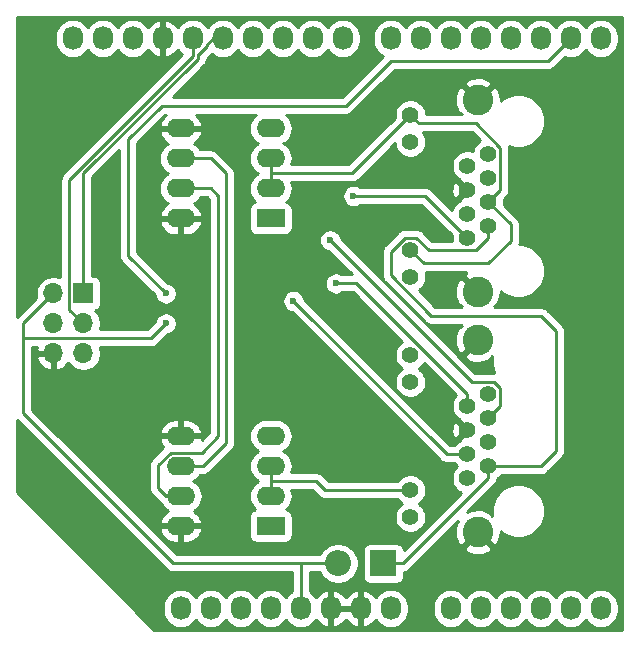
<source format=gbl>
G04 #@! TF.GenerationSoftware,KiCad,Pcbnew,(5.1.9)-1*
G04 #@! TF.CreationDate,2021-06-10T00:36:34+02:00*
G04 #@! TF.ProjectId,shield,73686965-6c64-42e6-9b69-6361645f7063,rev?*
G04 #@! TF.SameCoordinates,Original*
G04 #@! TF.FileFunction,Copper,L2,Bot*
G04 #@! TF.FilePolarity,Positive*
%FSLAX46Y46*%
G04 Gerber Fmt 4.6, Leading zero omitted, Abs format (unit mm)*
G04 Created by KiCad (PCBNEW (5.1.9)-1) date 2021-06-10 00:36:34*
%MOMM*%
%LPD*%
G01*
G04 APERTURE LIST*
G04 #@! TA.AperFunction,ComponentPad*
%ADD10C,1.400000*%
G04 #@! TD*
G04 #@! TA.AperFunction,ComponentPad*
%ADD11C,2.600000*%
G04 #@! TD*
G04 #@! TA.AperFunction,ComponentPad*
%ADD12O,2.200000X2.200000*%
G04 #@! TD*
G04 #@! TA.AperFunction,ComponentPad*
%ADD13R,2.200000X2.200000*%
G04 #@! TD*
G04 #@! TA.AperFunction,ComponentPad*
%ADD14R,1.700000X1.700000*%
G04 #@! TD*
G04 #@! TA.AperFunction,ComponentPad*
%ADD15O,1.700000X1.700000*%
G04 #@! TD*
G04 #@! TA.AperFunction,ComponentPad*
%ADD16O,2.400000X1.600000*%
G04 #@! TD*
G04 #@! TA.AperFunction,ComponentPad*
%ADD17R,2.400000X1.600000*%
G04 #@! TD*
G04 #@! TA.AperFunction,ComponentPad*
%ADD18O,1.727200X2.032000*%
G04 #@! TD*
G04 #@! TA.AperFunction,ViaPad*
%ADD19C,0.600000*%
G04 #@! TD*
G04 #@! TA.AperFunction,Conductor*
%ADD20C,0.250000*%
G04 #@! TD*
G04 #@! TA.AperFunction,Conductor*
%ADD21C,0.254000*%
G04 #@! TD*
G04 #@! TA.AperFunction,Conductor*
%ADD22C,0.100000*%
G04 #@! TD*
G04 APERTURE END LIST*
D10*
X158373000Y-116090000D03*
X158373000Y-113800000D03*
X158373000Y-104660000D03*
X158373000Y-102370000D03*
X163193000Y-112800000D03*
X164973000Y-111780000D03*
X163193000Y-110760000D03*
X164973000Y-109740000D03*
X163193000Y-108720000D03*
X164973000Y-107700000D03*
X163193000Y-106680000D03*
X164973000Y-105660000D03*
D11*
X164083000Y-101100000D03*
X164083000Y-117360000D03*
D12*
X152273000Y-120015000D03*
D13*
X156083000Y-120015000D03*
D14*
X130683000Y-97155000D03*
D15*
X128143000Y-97155000D03*
X130683000Y-99695000D03*
X128143000Y-99695000D03*
X130683000Y-102235000D03*
X128143000Y-102235000D03*
D16*
X138938000Y-116840000D03*
X146558000Y-109220000D03*
X138938000Y-114300000D03*
X146558000Y-111760000D03*
X138938000Y-111760000D03*
X146558000Y-114300000D03*
X138938000Y-109220000D03*
D17*
X146558000Y-116840000D03*
D16*
X138938000Y-90805000D03*
X146558000Y-83185000D03*
X138938000Y-88265000D03*
X146558000Y-85725000D03*
X138938000Y-85725000D03*
X146558000Y-88265000D03*
X138938000Y-83185000D03*
D17*
X146558000Y-90805000D03*
D10*
X158373000Y-95760000D03*
X158373000Y-93470000D03*
X158373000Y-84330000D03*
X158373000Y-82040000D03*
X163193000Y-92470000D03*
X164973000Y-91450000D03*
X163193000Y-90430000D03*
X164973000Y-89410000D03*
X163193000Y-88390000D03*
X164973000Y-87370000D03*
X163193000Y-86350000D03*
X164973000Y-85330000D03*
D11*
X164083000Y-80770000D03*
X164083000Y-97030000D03*
D18*
X138938000Y-123825000D03*
X141478000Y-123825000D03*
X144018000Y-123825000D03*
X146558000Y-123825000D03*
X149098000Y-123825000D03*
X151638000Y-123825000D03*
X154178000Y-123825000D03*
X156718000Y-123825000D03*
X161798000Y-123825000D03*
X164338000Y-123825000D03*
X166878000Y-123825000D03*
X169418000Y-123825000D03*
X171958000Y-123825000D03*
X174498000Y-123825000D03*
X129794000Y-75565000D03*
X132334000Y-75565000D03*
X134874000Y-75565000D03*
X137414000Y-75565000D03*
X139954000Y-75565000D03*
X142494000Y-75565000D03*
X145034000Y-75565000D03*
X147574000Y-75565000D03*
X150114000Y-75565000D03*
X152654000Y-75565000D03*
X156718000Y-75565000D03*
X159258000Y-75565000D03*
X161798000Y-75565000D03*
X164338000Y-75565000D03*
X166878000Y-75565000D03*
X169418000Y-75565000D03*
X171958000Y-75565000D03*
X174498000Y-75565000D03*
D19*
X137668000Y-97155000D03*
X153543000Y-88900000D03*
X137668000Y-99695000D03*
X152060500Y-96307500D03*
X148463000Y-97790000D03*
X151574001Y-92646001D03*
D20*
X138938000Y-111760000D02*
X140843000Y-111760000D01*
X140843000Y-111760000D02*
X142748000Y-109855000D01*
X142748000Y-109855000D02*
X142748000Y-86995000D01*
X141478000Y-85725000D02*
X138938000Y-85725000D01*
X142748000Y-86995000D02*
X141478000Y-85725000D01*
X156718000Y-77470000D02*
X170053000Y-77470000D01*
X170053000Y-77470000D02*
X171958000Y-75565000D01*
X152908000Y-81280000D02*
X156718000Y-77470000D01*
X137307498Y-81280000D02*
X152908000Y-81280000D01*
X134493000Y-84094498D02*
X137307498Y-81280000D01*
X134493000Y-93980000D02*
X134493000Y-84094498D01*
X137668000Y-97155000D02*
X134493000Y-93980000D01*
X139954000Y-77089000D02*
X139954000Y-75565000D01*
X129507999Y-87535001D02*
X139954000Y-77089000D01*
X129507999Y-98519999D02*
X129507999Y-87535001D01*
X130683000Y-99695000D02*
X129507999Y-98519999D01*
X141668500Y-75565000D02*
X142494000Y-75565000D01*
X141142610Y-76209738D02*
X141142610Y-76090890D01*
X140446338Y-76906010D02*
X141142610Y-76209738D01*
X140404010Y-76906010D02*
X140446338Y-76906010D01*
X140404010Y-77275400D02*
X140404010Y-76906010D01*
X130683000Y-86996410D02*
X140404010Y-77275400D01*
X141142610Y-76090890D02*
X141668500Y-75565000D01*
X130683000Y-97155000D02*
X130683000Y-86996410D01*
X153418000Y-86995000D02*
X158373000Y-82040000D01*
X146558000Y-86995000D02*
X153418000Y-86995000D01*
X146558000Y-88265000D02*
X146558000Y-86995000D01*
X146558000Y-86995000D02*
X146558000Y-85725000D01*
X159072999Y-82739999D02*
X158373000Y-82040000D01*
X165998001Y-84837999D02*
X163900001Y-82739999D01*
X163900001Y-82739999D02*
X159072999Y-82739999D01*
X165998001Y-88384999D02*
X165998001Y-84837999D01*
X164973000Y-89410000D02*
X165998001Y-88384999D01*
X159518000Y-94615000D02*
X158373000Y-93470000D01*
X166878000Y-92710000D02*
X164973000Y-94615000D01*
X166878000Y-91315000D02*
X166878000Y-92710000D01*
X164973000Y-94615000D02*
X159518000Y-94615000D01*
X164973000Y-89410000D02*
X166878000Y-91315000D01*
X159623000Y-88900000D02*
X153543000Y-88900000D01*
X163193000Y-92470000D02*
X159623000Y-88900000D01*
X149098000Y-120015000D02*
X149098000Y-123825000D01*
X164973000Y-111780000D02*
X164973000Y-112769949D01*
X125603000Y-99695000D02*
X128143000Y-97155000D01*
X136398000Y-100965000D02*
X125603000Y-100965000D01*
X125603000Y-100965000D02*
X125603000Y-99695000D01*
X137668000Y-99695000D02*
X136398000Y-100965000D01*
X125603000Y-107315000D02*
X125603000Y-100965000D01*
X138303000Y-120015000D02*
X125603000Y-107315000D01*
X149098000Y-120015000D02*
X138303000Y-120015000D01*
X149098000Y-120015000D02*
X152273000Y-120015000D01*
X163193000Y-105690051D02*
X153810449Y-96307500D01*
X153810449Y-96307500D02*
X152060500Y-96307500D01*
X163193000Y-106680000D02*
X163193000Y-105690051D01*
X161433000Y-110760000D02*
X148463000Y-97790000D01*
X163193000Y-110760000D02*
X161433000Y-110760000D01*
X163562999Y-104634999D02*
X151574001Y-92646001D01*
X165465001Y-104634999D02*
X163562999Y-104634999D01*
X165998001Y-105167999D02*
X165465001Y-104634999D01*
X164973000Y-107700000D02*
X165998001Y-106674999D01*
X165998001Y-106674999D02*
X165998001Y-105167999D01*
X158373000Y-113800000D02*
X151138000Y-113800000D01*
X151138000Y-113800000D02*
X150368000Y-113030000D01*
X150368000Y-113030000D02*
X147828000Y-113030000D01*
X147828000Y-113030000D02*
X146558000Y-113030000D01*
X146558000Y-113030000D02*
X146558000Y-114300000D01*
X146558000Y-113030000D02*
X146558000Y-111760000D01*
X138938000Y-88265000D02*
X141478000Y-88265000D01*
X141478000Y-88265000D02*
X142113000Y-88900000D01*
X142113000Y-88900000D02*
X142113000Y-109220000D01*
X138072006Y-110634990D02*
X137033000Y-111673996D01*
X140698010Y-110634990D02*
X138072006Y-110634990D01*
X142113000Y-109220000D02*
X140698010Y-110634990D01*
X137033000Y-111673996D02*
X137033000Y-113665000D01*
X137668000Y-114300000D02*
X138938000Y-114300000D01*
X137033000Y-113665000D02*
X137668000Y-114300000D01*
X157727949Y-120015000D02*
X164973000Y-112769949D01*
X156083000Y-120015000D02*
X157727949Y-120015000D01*
X170688000Y-110490000D02*
X169398000Y-111780000D01*
X160155998Y-99060000D02*
X169418000Y-99060000D01*
X156718000Y-93607998D02*
X156718000Y-95622002D01*
X157880999Y-92444999D02*
X156718000Y-93607998D01*
X169398000Y-111780000D02*
X164973000Y-111780000D01*
X158865001Y-92444999D02*
X157880999Y-92444999D01*
X156718000Y-95622002D02*
X160155998Y-99060000D01*
X159915003Y-93495001D02*
X158865001Y-92444999D01*
X170688000Y-100330000D02*
X170688000Y-110490000D01*
X163917948Y-93495001D02*
X159915003Y-93495001D01*
X164973000Y-92439949D02*
X163917948Y-93495001D01*
X169418000Y-99060000D02*
X170688000Y-100330000D01*
X164973000Y-91450000D02*
X164973000Y-92439949D01*
D21*
X176328000Y-86013876D02*
X176328001Y-86013886D01*
X176328000Y-123859876D01*
X176328001Y-123859886D01*
X176328000Y-125655000D01*
X136692091Y-125655000D01*
X125043000Y-114005909D01*
X125043000Y-107830632D01*
X125062999Y-107855001D01*
X125092003Y-107878804D01*
X137739201Y-120526003D01*
X137762999Y-120555001D01*
X137878724Y-120649974D01*
X138010753Y-120720546D01*
X138154014Y-120764003D01*
X138265667Y-120775000D01*
X138265676Y-120775000D01*
X138302999Y-120778676D01*
X138340322Y-120775000D01*
X148338000Y-120775000D01*
X148338001Y-122379584D01*
X148261394Y-122420531D01*
X148033203Y-122607803D01*
X147845931Y-122835995D01*
X147828000Y-122869541D01*
X147810069Y-122835994D01*
X147622797Y-122607803D01*
X147394605Y-122420531D01*
X147134263Y-122281375D01*
X146851776Y-122195684D01*
X146558000Y-122166749D01*
X146264223Y-122195684D01*
X145981736Y-122281375D01*
X145721394Y-122420531D01*
X145493203Y-122607803D01*
X145305931Y-122835995D01*
X145288000Y-122869541D01*
X145270069Y-122835994D01*
X145082797Y-122607803D01*
X144854605Y-122420531D01*
X144594263Y-122281375D01*
X144311776Y-122195684D01*
X144018000Y-122166749D01*
X143724223Y-122195684D01*
X143441736Y-122281375D01*
X143181394Y-122420531D01*
X142953203Y-122607803D01*
X142765931Y-122835995D01*
X142748000Y-122869541D01*
X142730069Y-122835994D01*
X142542797Y-122607803D01*
X142314605Y-122420531D01*
X142054263Y-122281375D01*
X141771776Y-122195684D01*
X141478000Y-122166749D01*
X141184223Y-122195684D01*
X140901736Y-122281375D01*
X140641394Y-122420531D01*
X140413203Y-122607803D01*
X140225931Y-122835995D01*
X140208000Y-122869541D01*
X140190069Y-122835994D01*
X140002797Y-122607803D01*
X139774605Y-122420531D01*
X139514263Y-122281375D01*
X139231776Y-122195684D01*
X138938000Y-122166749D01*
X138644223Y-122195684D01*
X138361736Y-122281375D01*
X138101394Y-122420531D01*
X137873203Y-122607803D01*
X137685931Y-122835995D01*
X137546775Y-123096337D01*
X137461084Y-123378824D01*
X137439400Y-123598982D01*
X137439400Y-124051019D01*
X137461084Y-124271177D01*
X137546775Y-124553664D01*
X137685931Y-124814006D01*
X137873203Y-125042197D01*
X138101395Y-125229469D01*
X138361737Y-125368625D01*
X138644224Y-125454316D01*
X138938000Y-125483251D01*
X139231777Y-125454316D01*
X139514264Y-125368625D01*
X139774606Y-125229469D01*
X140002797Y-125042197D01*
X140190069Y-124814006D01*
X140208000Y-124780459D01*
X140225931Y-124814006D01*
X140413203Y-125042197D01*
X140641395Y-125229469D01*
X140901737Y-125368625D01*
X141184224Y-125454316D01*
X141478000Y-125483251D01*
X141771777Y-125454316D01*
X142054264Y-125368625D01*
X142314606Y-125229469D01*
X142542797Y-125042197D01*
X142730069Y-124814006D01*
X142748000Y-124780459D01*
X142765931Y-124814006D01*
X142953203Y-125042197D01*
X143181395Y-125229469D01*
X143441737Y-125368625D01*
X143724224Y-125454316D01*
X144018000Y-125483251D01*
X144311777Y-125454316D01*
X144594264Y-125368625D01*
X144854606Y-125229469D01*
X145082797Y-125042197D01*
X145270069Y-124814006D01*
X145288000Y-124780459D01*
X145305931Y-124814006D01*
X145493203Y-125042197D01*
X145721395Y-125229469D01*
X145981737Y-125368625D01*
X146264224Y-125454316D01*
X146558000Y-125483251D01*
X146851777Y-125454316D01*
X147134264Y-125368625D01*
X147394606Y-125229469D01*
X147622797Y-125042197D01*
X147810069Y-124814006D01*
X147828000Y-124780459D01*
X147845931Y-124814006D01*
X148033203Y-125042197D01*
X148261395Y-125229469D01*
X148521737Y-125368625D01*
X148804224Y-125454316D01*
X149098000Y-125483251D01*
X149391777Y-125454316D01*
X149674264Y-125368625D01*
X149934606Y-125229469D01*
X150162797Y-125042197D01*
X150350069Y-124814006D01*
X150371424Y-124774053D01*
X150519514Y-124976729D01*
X150735965Y-125175733D01*
X150987081Y-125328686D01*
X151263211Y-125429709D01*
X151278974Y-125432358D01*
X151511000Y-125311217D01*
X151511000Y-123952000D01*
X151765000Y-123952000D01*
X151765000Y-125311217D01*
X151997026Y-125432358D01*
X152012789Y-125429709D01*
X152288919Y-125328686D01*
X152540035Y-125175733D01*
X152756486Y-124976729D01*
X152908000Y-124769367D01*
X153059514Y-124976729D01*
X153275965Y-125175733D01*
X153527081Y-125328686D01*
X153803211Y-125429709D01*
X153818974Y-125432358D01*
X154051000Y-125311217D01*
X154051000Y-123952000D01*
X151765000Y-123952000D01*
X151511000Y-123952000D01*
X151491000Y-123952000D01*
X151491000Y-123698000D01*
X151511000Y-123698000D01*
X151511000Y-122338783D01*
X151765000Y-122338783D01*
X151765000Y-123698000D01*
X154051000Y-123698000D01*
X154051000Y-122338783D01*
X154305000Y-122338783D01*
X154305000Y-123698000D01*
X154325000Y-123698000D01*
X154325000Y-123952000D01*
X154305000Y-123952000D01*
X154305000Y-125311217D01*
X154537026Y-125432358D01*
X154552789Y-125429709D01*
X154828919Y-125328686D01*
X155080035Y-125175733D01*
X155296486Y-124976729D01*
X155444576Y-124774053D01*
X155465931Y-124814006D01*
X155653203Y-125042197D01*
X155881395Y-125229469D01*
X156141737Y-125368625D01*
X156424224Y-125454316D01*
X156718000Y-125483251D01*
X157011777Y-125454316D01*
X157294264Y-125368625D01*
X157554606Y-125229469D01*
X157782797Y-125042197D01*
X157970069Y-124814006D01*
X158109225Y-124553663D01*
X158194916Y-124271176D01*
X158216600Y-124051018D01*
X158216600Y-123598982D01*
X160299400Y-123598982D01*
X160299400Y-124051019D01*
X160321084Y-124271177D01*
X160406775Y-124553664D01*
X160545931Y-124814006D01*
X160733203Y-125042197D01*
X160961395Y-125229469D01*
X161221737Y-125368625D01*
X161504224Y-125454316D01*
X161798000Y-125483251D01*
X162091777Y-125454316D01*
X162374264Y-125368625D01*
X162634606Y-125229469D01*
X162862797Y-125042197D01*
X163050069Y-124814006D01*
X163068000Y-124780459D01*
X163085931Y-124814006D01*
X163273203Y-125042197D01*
X163501395Y-125229469D01*
X163761737Y-125368625D01*
X164044224Y-125454316D01*
X164338000Y-125483251D01*
X164631777Y-125454316D01*
X164914264Y-125368625D01*
X165174606Y-125229469D01*
X165402797Y-125042197D01*
X165590069Y-124814006D01*
X165608000Y-124780459D01*
X165625931Y-124814006D01*
X165813203Y-125042197D01*
X166041395Y-125229469D01*
X166301737Y-125368625D01*
X166584224Y-125454316D01*
X166878000Y-125483251D01*
X167171777Y-125454316D01*
X167454264Y-125368625D01*
X167714606Y-125229469D01*
X167942797Y-125042197D01*
X168130069Y-124814006D01*
X168148000Y-124780459D01*
X168165931Y-124814006D01*
X168353203Y-125042197D01*
X168581395Y-125229469D01*
X168841737Y-125368625D01*
X169124224Y-125454316D01*
X169418000Y-125483251D01*
X169711777Y-125454316D01*
X169994264Y-125368625D01*
X170254606Y-125229469D01*
X170482797Y-125042197D01*
X170670069Y-124814006D01*
X170688000Y-124780459D01*
X170705931Y-124814006D01*
X170893203Y-125042197D01*
X171121395Y-125229469D01*
X171381737Y-125368625D01*
X171664224Y-125454316D01*
X171958000Y-125483251D01*
X172251777Y-125454316D01*
X172534264Y-125368625D01*
X172794606Y-125229469D01*
X173022797Y-125042197D01*
X173210069Y-124814006D01*
X173228000Y-124780459D01*
X173245931Y-124814006D01*
X173433203Y-125042197D01*
X173661395Y-125229469D01*
X173921737Y-125368625D01*
X174204224Y-125454316D01*
X174498000Y-125483251D01*
X174791777Y-125454316D01*
X175074264Y-125368625D01*
X175334606Y-125229469D01*
X175562797Y-125042197D01*
X175750069Y-124814006D01*
X175889225Y-124553663D01*
X175974916Y-124271176D01*
X175996600Y-124051018D01*
X175996600Y-123598981D01*
X175974916Y-123378823D01*
X175889225Y-123096336D01*
X175750069Y-122835994D01*
X175562797Y-122607803D01*
X175334605Y-122420531D01*
X175074263Y-122281375D01*
X174791776Y-122195684D01*
X174498000Y-122166749D01*
X174204223Y-122195684D01*
X173921736Y-122281375D01*
X173661394Y-122420531D01*
X173433203Y-122607803D01*
X173245931Y-122835995D01*
X173228000Y-122869541D01*
X173210069Y-122835994D01*
X173022797Y-122607803D01*
X172794605Y-122420531D01*
X172534263Y-122281375D01*
X172251776Y-122195684D01*
X171958000Y-122166749D01*
X171664223Y-122195684D01*
X171381736Y-122281375D01*
X171121394Y-122420531D01*
X170893203Y-122607803D01*
X170705931Y-122835995D01*
X170688000Y-122869541D01*
X170670069Y-122835994D01*
X170482797Y-122607803D01*
X170254605Y-122420531D01*
X169994263Y-122281375D01*
X169711776Y-122195684D01*
X169418000Y-122166749D01*
X169124223Y-122195684D01*
X168841736Y-122281375D01*
X168581394Y-122420531D01*
X168353203Y-122607803D01*
X168165931Y-122835995D01*
X168148000Y-122869541D01*
X168130069Y-122835994D01*
X167942797Y-122607803D01*
X167714605Y-122420531D01*
X167454263Y-122281375D01*
X167171776Y-122195684D01*
X166878000Y-122166749D01*
X166584223Y-122195684D01*
X166301736Y-122281375D01*
X166041394Y-122420531D01*
X165813203Y-122607803D01*
X165625931Y-122835995D01*
X165608000Y-122869541D01*
X165590069Y-122835994D01*
X165402797Y-122607803D01*
X165174605Y-122420531D01*
X164914263Y-122281375D01*
X164631776Y-122195684D01*
X164338000Y-122166749D01*
X164044223Y-122195684D01*
X163761736Y-122281375D01*
X163501394Y-122420531D01*
X163273203Y-122607803D01*
X163085931Y-122835995D01*
X163068000Y-122869541D01*
X163050069Y-122835994D01*
X162862797Y-122607803D01*
X162634605Y-122420531D01*
X162374263Y-122281375D01*
X162091776Y-122195684D01*
X161798000Y-122166749D01*
X161504223Y-122195684D01*
X161221736Y-122281375D01*
X160961394Y-122420531D01*
X160733203Y-122607803D01*
X160545931Y-122835995D01*
X160406775Y-123096337D01*
X160321084Y-123378824D01*
X160299400Y-123598982D01*
X158216600Y-123598982D01*
X158216600Y-123598981D01*
X158194916Y-123378823D01*
X158109225Y-123096336D01*
X157970069Y-122835994D01*
X157782797Y-122607803D01*
X157554605Y-122420531D01*
X157294263Y-122281375D01*
X157011776Y-122195684D01*
X156718000Y-122166749D01*
X156424223Y-122195684D01*
X156141736Y-122281375D01*
X155881394Y-122420531D01*
X155653203Y-122607803D01*
X155465931Y-122835995D01*
X155444576Y-122875947D01*
X155296486Y-122673271D01*
X155080035Y-122474267D01*
X154828919Y-122321314D01*
X154552789Y-122220291D01*
X154537026Y-122217642D01*
X154305000Y-122338783D01*
X154051000Y-122338783D01*
X153818974Y-122217642D01*
X153803211Y-122220291D01*
X153527081Y-122321314D01*
X153275965Y-122474267D01*
X153059514Y-122673271D01*
X152908000Y-122880633D01*
X152756486Y-122673271D01*
X152540035Y-122474267D01*
X152288919Y-122321314D01*
X152012789Y-122220291D01*
X151997026Y-122217642D01*
X151765000Y-122338783D01*
X151511000Y-122338783D01*
X151278974Y-122217642D01*
X151263211Y-122220291D01*
X150987081Y-122321314D01*
X150735965Y-122474267D01*
X150519514Y-122673271D01*
X150371424Y-122875947D01*
X150350069Y-122835994D01*
X150162797Y-122607803D01*
X149934605Y-122420531D01*
X149858000Y-122379585D01*
X149858000Y-120775000D01*
X150709852Y-120775000D01*
X150735463Y-120836831D01*
X150925337Y-121120998D01*
X151167002Y-121362663D01*
X151451169Y-121552537D01*
X151766919Y-121683325D01*
X152102117Y-121750000D01*
X152443883Y-121750000D01*
X152779081Y-121683325D01*
X153094831Y-121552537D01*
X153378998Y-121362663D01*
X153620663Y-121120998D01*
X153810537Y-120836831D01*
X153941325Y-120521081D01*
X154008000Y-120185883D01*
X154008000Y-119844117D01*
X153941325Y-119508919D01*
X153810537Y-119193169D01*
X153620663Y-118909002D01*
X153378998Y-118667337D01*
X153094831Y-118477463D01*
X152779081Y-118346675D01*
X152443883Y-118280000D01*
X152102117Y-118280000D01*
X151766919Y-118346675D01*
X151451169Y-118477463D01*
X151167002Y-118667337D01*
X150925337Y-118909002D01*
X150735463Y-119193169D01*
X150709852Y-119255000D01*
X149135333Y-119255000D01*
X149098000Y-119251323D01*
X149060667Y-119255000D01*
X138617802Y-119255000D01*
X136551841Y-117189039D01*
X137146096Y-117189039D01*
X137163633Y-117271818D01*
X137274285Y-117531646D01*
X137433500Y-117764895D01*
X137635161Y-117962601D01*
X137871517Y-118117166D01*
X138133486Y-118222650D01*
X138411000Y-118275000D01*
X138811000Y-118275000D01*
X138811000Y-116967000D01*
X139065000Y-116967000D01*
X139065000Y-118275000D01*
X139465000Y-118275000D01*
X139742514Y-118222650D01*
X140004483Y-118117166D01*
X140240839Y-117962601D01*
X140442500Y-117764895D01*
X140601715Y-117531646D01*
X140712367Y-117271818D01*
X140729904Y-117189039D01*
X140607915Y-116967000D01*
X139065000Y-116967000D01*
X138811000Y-116967000D01*
X137268085Y-116967000D01*
X137146096Y-117189039D01*
X136551841Y-117189039D01*
X131036798Y-111673996D01*
X136269324Y-111673996D01*
X136273000Y-111711319D01*
X136273001Y-113627668D01*
X136269324Y-113665000D01*
X136273001Y-113702333D01*
X136282621Y-113800000D01*
X136283998Y-113813985D01*
X136327454Y-113957246D01*
X136398026Y-114089276D01*
X136448694Y-114151014D01*
X136493000Y-114205001D01*
X136521998Y-114228799D01*
X137104200Y-114811002D01*
X137127999Y-114840001D01*
X137156997Y-114863799D01*
X137243724Y-114934974D01*
X137252890Y-114939873D01*
X137339068Y-115101101D01*
X137518392Y-115319608D01*
X137736899Y-115498932D01*
X137864741Y-115567265D01*
X137635161Y-115717399D01*
X137433500Y-115915105D01*
X137274285Y-116148354D01*
X137163633Y-116408182D01*
X137146096Y-116490961D01*
X137268085Y-116713000D01*
X138811000Y-116713000D01*
X138811000Y-116693000D01*
X139065000Y-116693000D01*
X139065000Y-116713000D01*
X140607915Y-116713000D01*
X140729904Y-116490961D01*
X140712367Y-116408182D01*
X140601715Y-116148354D01*
X140442500Y-115915105D01*
X140240839Y-115717399D01*
X140011259Y-115567265D01*
X140139101Y-115498932D01*
X140357608Y-115319608D01*
X140536932Y-115101101D01*
X140670182Y-114851808D01*
X140752236Y-114581309D01*
X140779943Y-114300000D01*
X140752236Y-114018691D01*
X140670182Y-113748192D01*
X140536932Y-113498899D01*
X140357608Y-113280392D01*
X140139101Y-113101068D01*
X140006142Y-113030000D01*
X140139101Y-112958932D01*
X140357608Y-112779608D01*
X140536932Y-112561101D01*
X140558901Y-112520000D01*
X140805678Y-112520000D01*
X140843000Y-112523676D01*
X140880322Y-112520000D01*
X140880333Y-112520000D01*
X140991986Y-112509003D01*
X141135247Y-112465546D01*
X141267276Y-112394974D01*
X141383001Y-112300001D01*
X141406804Y-112270997D01*
X143259004Y-110418798D01*
X143288001Y-110395001D01*
X143382974Y-110279276D01*
X143453546Y-110147247D01*
X143497003Y-110003986D01*
X143508000Y-109892333D01*
X143508000Y-109892323D01*
X143511676Y-109855000D01*
X143508000Y-109817677D01*
X143508000Y-109220000D01*
X144716057Y-109220000D01*
X144743764Y-109501309D01*
X144825818Y-109771808D01*
X144959068Y-110021101D01*
X145138392Y-110239608D01*
X145356899Y-110418932D01*
X145489858Y-110490000D01*
X145356899Y-110561068D01*
X145138392Y-110740392D01*
X144959068Y-110958899D01*
X144825818Y-111208192D01*
X144743764Y-111478691D01*
X144716057Y-111760000D01*
X144743764Y-112041309D01*
X144825818Y-112311808D01*
X144959068Y-112561101D01*
X145138392Y-112779608D01*
X145356899Y-112958932D01*
X145489858Y-113030000D01*
X145356899Y-113101068D01*
X145138392Y-113280392D01*
X144959068Y-113498899D01*
X144825818Y-113748192D01*
X144743764Y-114018691D01*
X144716057Y-114300000D01*
X144743764Y-114581309D01*
X144825818Y-114851808D01*
X144959068Y-115101101D01*
X145138392Y-115319608D01*
X145251482Y-115412419D01*
X145233518Y-115414188D01*
X145113820Y-115450498D01*
X145003506Y-115509463D01*
X144906815Y-115588815D01*
X144827463Y-115685506D01*
X144768498Y-115795820D01*
X144732188Y-115915518D01*
X144719928Y-116040000D01*
X144719928Y-117640000D01*
X144732188Y-117764482D01*
X144768498Y-117884180D01*
X144827463Y-117994494D01*
X144906815Y-118091185D01*
X145003506Y-118170537D01*
X145113820Y-118229502D01*
X145233518Y-118265812D01*
X145358000Y-118278072D01*
X147758000Y-118278072D01*
X147882482Y-118265812D01*
X148002180Y-118229502D01*
X148112494Y-118170537D01*
X148209185Y-118091185D01*
X148288537Y-117994494D01*
X148347502Y-117884180D01*
X148383812Y-117764482D01*
X148396072Y-117640000D01*
X148396072Y-116040000D01*
X148383812Y-115915518D01*
X148347502Y-115795820D01*
X148288537Y-115685506D01*
X148209185Y-115588815D01*
X148112494Y-115509463D01*
X148002180Y-115450498D01*
X147882482Y-115414188D01*
X147864518Y-115412419D01*
X147977608Y-115319608D01*
X148156932Y-115101101D01*
X148290182Y-114851808D01*
X148372236Y-114581309D01*
X148399943Y-114300000D01*
X148372236Y-114018691D01*
X148302864Y-113790000D01*
X150053198Y-113790000D01*
X150574205Y-114311008D01*
X150597999Y-114340001D01*
X150626992Y-114363795D01*
X150626996Y-114363799D01*
X150688171Y-114414003D01*
X150713724Y-114434974D01*
X150845753Y-114505546D01*
X150989014Y-114549003D01*
X151100667Y-114560000D01*
X151100676Y-114560000D01*
X151137999Y-114563676D01*
X151175322Y-114560000D01*
X157275225Y-114560000D01*
X157336038Y-114651013D01*
X157521987Y-114836962D01*
X157683678Y-114945000D01*
X157521987Y-115053038D01*
X157336038Y-115238987D01*
X157189939Y-115457641D01*
X157089304Y-115700595D01*
X157038000Y-115958514D01*
X157038000Y-116221486D01*
X157089304Y-116479405D01*
X157189939Y-116722359D01*
X157336038Y-116941013D01*
X157521987Y-117126962D01*
X157740641Y-117273061D01*
X157983595Y-117373696D01*
X158241514Y-117425000D01*
X158504486Y-117425000D01*
X158762405Y-117373696D01*
X159005359Y-117273061D01*
X159224013Y-117126962D01*
X159409962Y-116941013D01*
X159556061Y-116722359D01*
X159656696Y-116479405D01*
X159708000Y-116221486D01*
X159708000Y-115958514D01*
X159656696Y-115700595D01*
X159556061Y-115457641D01*
X159409962Y-115238987D01*
X159224013Y-115053038D01*
X159062322Y-114945000D01*
X159224013Y-114836962D01*
X159409962Y-114651013D01*
X159556061Y-114432359D01*
X159656696Y-114189405D01*
X159708000Y-113931486D01*
X159708000Y-113668514D01*
X159656696Y-113410595D01*
X159556061Y-113167641D01*
X159409962Y-112948987D01*
X159224013Y-112763038D01*
X159005359Y-112616939D01*
X158762405Y-112516304D01*
X158504486Y-112465000D01*
X158241514Y-112465000D01*
X157983595Y-112516304D01*
X157740641Y-112616939D01*
X157521987Y-112763038D01*
X157336038Y-112948987D01*
X157275225Y-113040000D01*
X151452802Y-113040000D01*
X150931803Y-112519002D01*
X150908001Y-112489999D01*
X150792276Y-112395026D01*
X150660247Y-112324454D01*
X150516986Y-112280997D01*
X150405333Y-112270000D01*
X150405322Y-112270000D01*
X150368000Y-112266324D01*
X150330678Y-112270000D01*
X148302864Y-112270000D01*
X148372236Y-112041309D01*
X148399943Y-111760000D01*
X148372236Y-111478691D01*
X148290182Y-111208192D01*
X148156932Y-110958899D01*
X147977608Y-110740392D01*
X147759101Y-110561068D01*
X147626142Y-110490000D01*
X147759101Y-110418932D01*
X147977608Y-110239608D01*
X148156932Y-110021101D01*
X148290182Y-109771808D01*
X148372236Y-109501309D01*
X148399943Y-109220000D01*
X148372236Y-108938691D01*
X148290182Y-108668192D01*
X148156932Y-108418899D01*
X147977608Y-108200392D01*
X147759101Y-108021068D01*
X147509808Y-107887818D01*
X147239309Y-107805764D01*
X147028492Y-107785000D01*
X146087508Y-107785000D01*
X145876691Y-107805764D01*
X145606192Y-107887818D01*
X145356899Y-108021068D01*
X145138392Y-108200392D01*
X144959068Y-108418899D01*
X144825818Y-108668192D01*
X144743764Y-108938691D01*
X144716057Y-109220000D01*
X143508000Y-109220000D01*
X143508000Y-87032322D01*
X143511676Y-86994999D01*
X143508000Y-86957676D01*
X143508000Y-86957667D01*
X143497003Y-86846014D01*
X143453546Y-86702753D01*
X143382974Y-86570724D01*
X143288001Y-86454999D01*
X143259003Y-86431201D01*
X142041804Y-85214003D01*
X142018001Y-85184999D01*
X141902276Y-85090026D01*
X141770247Y-85019454D01*
X141626986Y-84975997D01*
X141515333Y-84965000D01*
X141515322Y-84965000D01*
X141478000Y-84961324D01*
X141440678Y-84965000D01*
X140558901Y-84965000D01*
X140536932Y-84923899D01*
X140357608Y-84705392D01*
X140139101Y-84526068D01*
X140011259Y-84457735D01*
X140240839Y-84307601D01*
X140442500Y-84109895D01*
X140601715Y-83876646D01*
X140712367Y-83616818D01*
X140729904Y-83534039D01*
X140607915Y-83312000D01*
X139065000Y-83312000D01*
X139065000Y-83332000D01*
X138811000Y-83332000D01*
X138811000Y-83312000D01*
X137268085Y-83312000D01*
X137146096Y-83534039D01*
X137163633Y-83616818D01*
X137274285Y-83876646D01*
X137433500Y-84109895D01*
X137635161Y-84307601D01*
X137864741Y-84457735D01*
X137736899Y-84526068D01*
X137518392Y-84705392D01*
X137339068Y-84923899D01*
X137205818Y-85173192D01*
X137123764Y-85443691D01*
X137096057Y-85725000D01*
X137123764Y-86006309D01*
X137205818Y-86276808D01*
X137339068Y-86526101D01*
X137518392Y-86744608D01*
X137736899Y-86923932D01*
X137869858Y-86995000D01*
X137736899Y-87066068D01*
X137518392Y-87245392D01*
X137339068Y-87463899D01*
X137205818Y-87713192D01*
X137123764Y-87983691D01*
X137096057Y-88265000D01*
X137123764Y-88546309D01*
X137205818Y-88816808D01*
X137339068Y-89066101D01*
X137518392Y-89284608D01*
X137736899Y-89463932D01*
X137864741Y-89532265D01*
X137635161Y-89682399D01*
X137433500Y-89880105D01*
X137274285Y-90113354D01*
X137163633Y-90373182D01*
X137146096Y-90455961D01*
X137268085Y-90678000D01*
X138811000Y-90678000D01*
X138811000Y-90658000D01*
X139065000Y-90658000D01*
X139065000Y-90678000D01*
X140607915Y-90678000D01*
X140729904Y-90455961D01*
X140712367Y-90373182D01*
X140601715Y-90113354D01*
X140442500Y-89880105D01*
X140240839Y-89682399D01*
X140011259Y-89532265D01*
X140139101Y-89463932D01*
X140357608Y-89284608D01*
X140536932Y-89066101D01*
X140558901Y-89025000D01*
X141163199Y-89025000D01*
X141353000Y-89214802D01*
X141353001Y-108905197D01*
X140715456Y-109542742D01*
X140607915Y-109347000D01*
X139065000Y-109347000D01*
X139065000Y-109367000D01*
X138811000Y-109367000D01*
X138811000Y-109347000D01*
X137268085Y-109347000D01*
X137146096Y-109569039D01*
X137163633Y-109651818D01*
X137274285Y-109911646D01*
X137433500Y-110144895D01*
X137460665Y-110171528D01*
X136522002Y-111110193D01*
X136492999Y-111133995D01*
X136459355Y-111174991D01*
X136398026Y-111249720D01*
X136341365Y-111355724D01*
X136327454Y-111381750D01*
X136283997Y-111525011D01*
X136273000Y-111636664D01*
X136273000Y-111636674D01*
X136269324Y-111673996D01*
X131036798Y-111673996D01*
X128233763Y-108870961D01*
X137146096Y-108870961D01*
X137268085Y-109093000D01*
X138811000Y-109093000D01*
X138811000Y-107785000D01*
X139065000Y-107785000D01*
X139065000Y-109093000D01*
X140607915Y-109093000D01*
X140729904Y-108870961D01*
X140712367Y-108788182D01*
X140601715Y-108528354D01*
X140442500Y-108295105D01*
X140240839Y-108097399D01*
X140004483Y-107942834D01*
X139742514Y-107837350D01*
X139465000Y-107785000D01*
X139065000Y-107785000D01*
X138811000Y-107785000D01*
X138411000Y-107785000D01*
X138133486Y-107837350D01*
X137871517Y-107942834D01*
X137635161Y-108097399D01*
X137433500Y-108295105D01*
X137274285Y-108528354D01*
X137163633Y-108788182D01*
X137146096Y-108870961D01*
X128233763Y-108870961D01*
X126363000Y-107000199D01*
X126363000Y-102591890D01*
X126701524Y-102591890D01*
X126746175Y-102739099D01*
X126871359Y-103001920D01*
X127045412Y-103235269D01*
X127261645Y-103430178D01*
X127511748Y-103579157D01*
X127786109Y-103676481D01*
X128016000Y-103555814D01*
X128016000Y-102362000D01*
X126822845Y-102362000D01*
X126701524Y-102591890D01*
X126363000Y-102591890D01*
X126363000Y-101725000D01*
X126748986Y-101725000D01*
X126746175Y-101730901D01*
X126701524Y-101878110D01*
X126822845Y-102108000D01*
X128016000Y-102108000D01*
X128016000Y-102088000D01*
X128270000Y-102088000D01*
X128270000Y-102108000D01*
X128290000Y-102108000D01*
X128290000Y-102362000D01*
X128270000Y-102362000D01*
X128270000Y-103555814D01*
X128499891Y-103676481D01*
X128774252Y-103579157D01*
X129024355Y-103430178D01*
X129240588Y-103235269D01*
X129411900Y-103005594D01*
X129529525Y-103181632D01*
X129736368Y-103388475D01*
X129979589Y-103550990D01*
X130249842Y-103662932D01*
X130536740Y-103720000D01*
X130829260Y-103720000D01*
X131116158Y-103662932D01*
X131386411Y-103550990D01*
X131629632Y-103388475D01*
X131836475Y-103181632D01*
X131998990Y-102938411D01*
X132110932Y-102668158D01*
X132168000Y-102381260D01*
X132168000Y-102088740D01*
X132110932Y-101801842D01*
X132079103Y-101725000D01*
X136360678Y-101725000D01*
X136398000Y-101728676D01*
X136435322Y-101725000D01*
X136435333Y-101725000D01*
X136546986Y-101714003D01*
X136690247Y-101670546D01*
X136822276Y-101599974D01*
X136938001Y-101505001D01*
X136961804Y-101475997D01*
X137819649Y-100618153D01*
X137940729Y-100594068D01*
X138110889Y-100523586D01*
X138264028Y-100421262D01*
X138394262Y-100291028D01*
X138496586Y-100137889D01*
X138567068Y-99967729D01*
X138603000Y-99787089D01*
X138603000Y-99602911D01*
X138567068Y-99422271D01*
X138496586Y-99252111D01*
X138394262Y-99098972D01*
X138264028Y-98968738D01*
X138110889Y-98866414D01*
X137940729Y-98795932D01*
X137760089Y-98760000D01*
X137575911Y-98760000D01*
X137395271Y-98795932D01*
X137225111Y-98866414D01*
X137071972Y-98968738D01*
X136941738Y-99098972D01*
X136839414Y-99252111D01*
X136768932Y-99422271D01*
X136744847Y-99543351D01*
X136083199Y-100205000D01*
X132079103Y-100205000D01*
X132110932Y-100128158D01*
X132168000Y-99841260D01*
X132168000Y-99548740D01*
X132110932Y-99261842D01*
X131998990Y-98991589D01*
X131836475Y-98748368D01*
X131704620Y-98616513D01*
X131777180Y-98594502D01*
X131887494Y-98535537D01*
X131984185Y-98456185D01*
X132063537Y-98359494D01*
X132122502Y-98249180D01*
X132158812Y-98129482D01*
X132171072Y-98005000D01*
X132171072Y-96305000D01*
X132158812Y-96180518D01*
X132122502Y-96060820D01*
X132063537Y-95950506D01*
X131984185Y-95853815D01*
X131887494Y-95774463D01*
X131777180Y-95715498D01*
X131657482Y-95679188D01*
X131533000Y-95666928D01*
X131443000Y-95666928D01*
X131443000Y-87311211D01*
X133733001Y-85021210D01*
X133733000Y-93942678D01*
X133729324Y-93980000D01*
X133733000Y-94017322D01*
X133733000Y-94017332D01*
X133743997Y-94128985D01*
X133765705Y-94200547D01*
X133787454Y-94272246D01*
X133858026Y-94404276D01*
X133875034Y-94425000D01*
X133952999Y-94520001D01*
X133982003Y-94543804D01*
X136744847Y-97306649D01*
X136768932Y-97427729D01*
X136839414Y-97597889D01*
X136941738Y-97751028D01*
X137071972Y-97881262D01*
X137225111Y-97983586D01*
X137395271Y-98054068D01*
X137575911Y-98090000D01*
X137760089Y-98090000D01*
X137940729Y-98054068D01*
X138110889Y-97983586D01*
X138264028Y-97881262D01*
X138394262Y-97751028D01*
X138496586Y-97597889D01*
X138567068Y-97427729D01*
X138603000Y-97247089D01*
X138603000Y-97062911D01*
X138567068Y-96882271D01*
X138496586Y-96712111D01*
X138394262Y-96558972D01*
X138264028Y-96428738D01*
X138110889Y-96326414D01*
X137940729Y-96255932D01*
X137819649Y-96231847D01*
X135253000Y-93665199D01*
X135253000Y-91154039D01*
X137146096Y-91154039D01*
X137163633Y-91236818D01*
X137274285Y-91496646D01*
X137433500Y-91729895D01*
X137635161Y-91927601D01*
X137871517Y-92082166D01*
X138133486Y-92187650D01*
X138411000Y-92240000D01*
X138811000Y-92240000D01*
X138811000Y-90932000D01*
X139065000Y-90932000D01*
X139065000Y-92240000D01*
X139465000Y-92240000D01*
X139742514Y-92187650D01*
X140004483Y-92082166D01*
X140240839Y-91927601D01*
X140442500Y-91729895D01*
X140601715Y-91496646D01*
X140712367Y-91236818D01*
X140729904Y-91154039D01*
X140607915Y-90932000D01*
X139065000Y-90932000D01*
X138811000Y-90932000D01*
X137268085Y-90932000D01*
X137146096Y-91154039D01*
X135253000Y-91154039D01*
X135253000Y-84409299D01*
X137622300Y-82040000D01*
X137669413Y-82040000D01*
X137635161Y-82062399D01*
X137433500Y-82260105D01*
X137274285Y-82493354D01*
X137163633Y-82753182D01*
X137146096Y-82835961D01*
X137268085Y-83058000D01*
X138811000Y-83058000D01*
X138811000Y-83038000D01*
X139065000Y-83038000D01*
X139065000Y-83058000D01*
X140607915Y-83058000D01*
X140729904Y-82835961D01*
X140712367Y-82753182D01*
X140601715Y-82493354D01*
X140442500Y-82260105D01*
X140240839Y-82062399D01*
X140206587Y-82040000D01*
X145291183Y-82040000D01*
X145138392Y-82165392D01*
X144959068Y-82383899D01*
X144825818Y-82633192D01*
X144743764Y-82903691D01*
X144716057Y-83185000D01*
X144743764Y-83466309D01*
X144825818Y-83736808D01*
X144959068Y-83986101D01*
X145138392Y-84204608D01*
X145356899Y-84383932D01*
X145489858Y-84455000D01*
X145356899Y-84526068D01*
X145138392Y-84705392D01*
X144959068Y-84923899D01*
X144825818Y-85173192D01*
X144743764Y-85443691D01*
X144716057Y-85725000D01*
X144743764Y-86006309D01*
X144825818Y-86276808D01*
X144959068Y-86526101D01*
X145138392Y-86744608D01*
X145356899Y-86923932D01*
X145489858Y-86995000D01*
X145356899Y-87066068D01*
X145138392Y-87245392D01*
X144959068Y-87463899D01*
X144825818Y-87713192D01*
X144743764Y-87983691D01*
X144716057Y-88265000D01*
X144743764Y-88546309D01*
X144825818Y-88816808D01*
X144959068Y-89066101D01*
X145138392Y-89284608D01*
X145251482Y-89377419D01*
X145233518Y-89379188D01*
X145113820Y-89415498D01*
X145003506Y-89474463D01*
X144906815Y-89553815D01*
X144827463Y-89650506D01*
X144768498Y-89760820D01*
X144732188Y-89880518D01*
X144719928Y-90005000D01*
X144719928Y-91605000D01*
X144732188Y-91729482D01*
X144768498Y-91849180D01*
X144827463Y-91959494D01*
X144906815Y-92056185D01*
X145003506Y-92135537D01*
X145113820Y-92194502D01*
X145233518Y-92230812D01*
X145358000Y-92243072D01*
X147758000Y-92243072D01*
X147882482Y-92230812D01*
X148002180Y-92194502D01*
X148112494Y-92135537D01*
X148209185Y-92056185D01*
X148288537Y-91959494D01*
X148347502Y-91849180D01*
X148383812Y-91729482D01*
X148396072Y-91605000D01*
X148396072Y-90005000D01*
X148383812Y-89880518D01*
X148347502Y-89760820D01*
X148288537Y-89650506D01*
X148209185Y-89553815D01*
X148112494Y-89474463D01*
X148002180Y-89415498D01*
X147882482Y-89379188D01*
X147864518Y-89377419D01*
X147977608Y-89284608D01*
X148156932Y-89066101D01*
X148290182Y-88816808D01*
X148372236Y-88546309D01*
X148399943Y-88265000D01*
X148372236Y-87983691D01*
X148302864Y-87755000D01*
X153380678Y-87755000D01*
X153418000Y-87758676D01*
X153455322Y-87755000D01*
X153455333Y-87755000D01*
X153566986Y-87744003D01*
X153710247Y-87700546D01*
X153842276Y-87629974D01*
X153958001Y-87535001D01*
X153981804Y-87505997D01*
X157038000Y-84449802D01*
X157038000Y-84461486D01*
X157089304Y-84719405D01*
X157189939Y-84962359D01*
X157336038Y-85181013D01*
X157521987Y-85366962D01*
X157740641Y-85513061D01*
X157983595Y-85613696D01*
X158241514Y-85665000D01*
X158504486Y-85665000D01*
X158762405Y-85613696D01*
X159005359Y-85513061D01*
X159224013Y-85366962D01*
X159409962Y-85181013D01*
X159556061Y-84962359D01*
X159656696Y-84719405D01*
X159708000Y-84461486D01*
X159708000Y-84198514D01*
X159656696Y-83940595D01*
X159556061Y-83697641D01*
X159424002Y-83499999D01*
X163585200Y-83499999D01*
X164275599Y-84190398D01*
X164121987Y-84293038D01*
X163936038Y-84478987D01*
X163789939Y-84697641D01*
X163689304Y-84940595D01*
X163658065Y-85097643D01*
X163582405Y-85066304D01*
X163324486Y-85015000D01*
X163061514Y-85015000D01*
X162803595Y-85066304D01*
X162560641Y-85166939D01*
X162341987Y-85313038D01*
X162156038Y-85498987D01*
X162009939Y-85717641D01*
X161909304Y-85960595D01*
X161858000Y-86218514D01*
X161858000Y-86481486D01*
X161909304Y-86739405D01*
X162009939Y-86982359D01*
X162156038Y-87201013D01*
X162341987Y-87386962D01*
X162453229Y-87461291D01*
X162451336Y-87468731D01*
X163193000Y-88210395D01*
X163207143Y-88196253D01*
X163386748Y-88375858D01*
X163372605Y-88390000D01*
X163386748Y-88404143D01*
X163207143Y-88583748D01*
X163193000Y-88569605D01*
X162451336Y-89311269D01*
X162453229Y-89318709D01*
X162341987Y-89393038D01*
X162156038Y-89578987D01*
X162009939Y-89797641D01*
X161909304Y-90040595D01*
X161897540Y-90099738D01*
X160262275Y-88464473D01*
X161853610Y-88464473D01*
X161893875Y-88724344D01*
X161984065Y-88971366D01*
X162037963Y-89072203D01*
X162271731Y-89131664D01*
X163013395Y-88390000D01*
X162271731Y-87648336D01*
X162037963Y-87707797D01*
X161927066Y-87946242D01*
X161864817Y-88201740D01*
X161853610Y-88464473D01*
X160262275Y-88464473D01*
X160186804Y-88389003D01*
X160163001Y-88359999D01*
X160047276Y-88265026D01*
X159915247Y-88194454D01*
X159771986Y-88150997D01*
X159660333Y-88140000D01*
X159660322Y-88140000D01*
X159623000Y-88136324D01*
X159585678Y-88140000D01*
X154088535Y-88140000D01*
X153985889Y-88071414D01*
X153815729Y-88000932D01*
X153635089Y-87965000D01*
X153450911Y-87965000D01*
X153270271Y-88000932D01*
X153100111Y-88071414D01*
X152946972Y-88173738D01*
X152816738Y-88303972D01*
X152714414Y-88457111D01*
X152643932Y-88627271D01*
X152608000Y-88807911D01*
X152608000Y-88992089D01*
X152643932Y-89172729D01*
X152714414Y-89342889D01*
X152816738Y-89496028D01*
X152946972Y-89626262D01*
X153100111Y-89728586D01*
X153270271Y-89799068D01*
X153450911Y-89835000D01*
X153635089Y-89835000D01*
X153815729Y-89799068D01*
X153985889Y-89728586D01*
X154088535Y-89660000D01*
X159308199Y-89660000D01*
X161879355Y-92231157D01*
X161858000Y-92338514D01*
X161858000Y-92601486D01*
X161884558Y-92735001D01*
X160229805Y-92735001D01*
X159428805Y-91934001D01*
X159405002Y-91904998D01*
X159289277Y-91810025D01*
X159157248Y-91739453D01*
X159013987Y-91695996D01*
X158902334Y-91684999D01*
X158902323Y-91684999D01*
X158865001Y-91681323D01*
X158827679Y-91684999D01*
X157918322Y-91684999D01*
X157880999Y-91681323D01*
X157843676Y-91684999D01*
X157843666Y-91684999D01*
X157732013Y-91695996D01*
X157605400Y-91734403D01*
X157588752Y-91739453D01*
X157456722Y-91810025D01*
X157376149Y-91876150D01*
X157340998Y-91904998D01*
X157317200Y-91933996D01*
X156207003Y-93044194D01*
X156177999Y-93067997D01*
X156147654Y-93104973D01*
X156083026Y-93183722D01*
X156012455Y-93315751D01*
X156012454Y-93315752D01*
X155968997Y-93459013D01*
X155958000Y-93570666D01*
X155958000Y-93570676D01*
X155954324Y-93607998D01*
X155958000Y-93645321D01*
X155958001Y-95584670D01*
X155954324Y-95622002D01*
X155958001Y-95659335D01*
X155966311Y-95743701D01*
X155968998Y-95770987D01*
X156012454Y-95914248D01*
X156083026Y-96046278D01*
X156154201Y-96133004D01*
X156178000Y-96162003D01*
X156206998Y-96185801D01*
X159592203Y-99571008D01*
X159615997Y-99600001D01*
X159644990Y-99623795D01*
X159644994Y-99623799D01*
X159686263Y-99657667D01*
X159731722Y-99694974D01*
X159863751Y-99765546D01*
X160007012Y-99809003D01*
X160118665Y-99820000D01*
X160118674Y-99820000D01*
X160155997Y-99823676D01*
X160193320Y-99820000D01*
X162623392Y-99820000D01*
X162733774Y-99930382D01*
X162438688Y-100062317D01*
X162267841Y-100403045D01*
X162166750Y-100770557D01*
X162139299Y-101150729D01*
X162186543Y-101528951D01*
X162306667Y-101890690D01*
X162438688Y-102137683D01*
X162733776Y-102269619D01*
X163903395Y-101100000D01*
X163889253Y-101085858D01*
X164068858Y-100906253D01*
X164083000Y-100920395D01*
X164097143Y-100906253D01*
X164276748Y-101085858D01*
X164262605Y-101100000D01*
X164276748Y-101114143D01*
X164097143Y-101293748D01*
X164083000Y-101279605D01*
X162913381Y-102449224D01*
X163045317Y-102744312D01*
X163386045Y-102915159D01*
X163753557Y-103016250D01*
X164133729Y-103043701D01*
X164511951Y-102996457D01*
X164873690Y-102876333D01*
X165120683Y-102744312D01*
X165252618Y-102449226D01*
X165287477Y-102484085D01*
X165253000Y-102657409D01*
X165253000Y-103102591D01*
X165339851Y-103539218D01*
X165477941Y-103872598D01*
X165465001Y-103871323D01*
X165427679Y-103874999D01*
X163877801Y-103874999D01*
X152497154Y-92494353D01*
X152473069Y-92373272D01*
X152402587Y-92203112D01*
X152300263Y-92049973D01*
X152170029Y-91919739D01*
X152016890Y-91817415D01*
X151846730Y-91746933D01*
X151666090Y-91711001D01*
X151481912Y-91711001D01*
X151301272Y-91746933D01*
X151131112Y-91817415D01*
X150977973Y-91919739D01*
X150847739Y-92049973D01*
X150745415Y-92203112D01*
X150674933Y-92373272D01*
X150639001Y-92553912D01*
X150639001Y-92738090D01*
X150674933Y-92918730D01*
X150745415Y-93088890D01*
X150847739Y-93242029D01*
X150977973Y-93372263D01*
X151131112Y-93474587D01*
X151301272Y-93545069D01*
X151422353Y-93569154D01*
X153400699Y-95547500D01*
X152606035Y-95547500D01*
X152503389Y-95478914D01*
X152333229Y-95408432D01*
X152152589Y-95372500D01*
X151968411Y-95372500D01*
X151787771Y-95408432D01*
X151617611Y-95478914D01*
X151464472Y-95581238D01*
X151334238Y-95711472D01*
X151231914Y-95864611D01*
X151161432Y-96034771D01*
X151125500Y-96215411D01*
X151125500Y-96399589D01*
X151161432Y-96580229D01*
X151231914Y-96750389D01*
X151334238Y-96903528D01*
X151464472Y-97033762D01*
X151617611Y-97136086D01*
X151787771Y-97206568D01*
X151968411Y-97242500D01*
X152152589Y-97242500D01*
X152333229Y-97206568D01*
X152503389Y-97136086D01*
X152606035Y-97067500D01*
X153495648Y-97067500D01*
X157665376Y-101237229D01*
X157521987Y-101333038D01*
X157336038Y-101518987D01*
X157189939Y-101737641D01*
X157089304Y-101980595D01*
X157038000Y-102238514D01*
X157038000Y-102501486D01*
X157089304Y-102759405D01*
X157189939Y-103002359D01*
X157336038Y-103221013D01*
X157521987Y-103406962D01*
X157683678Y-103515000D01*
X157521987Y-103623038D01*
X157336038Y-103808987D01*
X157189939Y-104027641D01*
X157089304Y-104270595D01*
X157038000Y-104528514D01*
X157038000Y-104791486D01*
X157089304Y-105049405D01*
X157189939Y-105292359D01*
X157336038Y-105511013D01*
X157521987Y-105696962D01*
X157740641Y-105843061D01*
X157983595Y-105943696D01*
X158241514Y-105995000D01*
X158504486Y-105995000D01*
X158762405Y-105943696D01*
X159005359Y-105843061D01*
X159224013Y-105696962D01*
X159409962Y-105511013D01*
X159556061Y-105292359D01*
X159656696Y-105049405D01*
X159708000Y-104791486D01*
X159708000Y-104528514D01*
X159656696Y-104270595D01*
X159556061Y-104027641D01*
X159409962Y-103808987D01*
X159224013Y-103623038D01*
X159062322Y-103515000D01*
X159224013Y-103406962D01*
X159409962Y-103221013D01*
X159505771Y-103077624D01*
X162206586Y-105778439D01*
X162156038Y-105828987D01*
X162009939Y-106047641D01*
X161909304Y-106290595D01*
X161858000Y-106548514D01*
X161858000Y-106811486D01*
X161909304Y-107069405D01*
X162009939Y-107312359D01*
X162156038Y-107531013D01*
X162341987Y-107716962D01*
X162453229Y-107791291D01*
X162451336Y-107798731D01*
X163193000Y-108540395D01*
X163207143Y-108526253D01*
X163386748Y-108705858D01*
X163372605Y-108720000D01*
X163386748Y-108734143D01*
X163207143Y-108913748D01*
X163193000Y-108899605D01*
X162451336Y-109641269D01*
X162453229Y-109648709D01*
X162341987Y-109723038D01*
X162156038Y-109908987D01*
X162095225Y-110000000D01*
X161747802Y-110000000D01*
X160542275Y-108794473D01*
X161853610Y-108794473D01*
X161893875Y-109054344D01*
X161984065Y-109301366D01*
X162037963Y-109402203D01*
X162271731Y-109461664D01*
X163013395Y-108720000D01*
X162271731Y-107978336D01*
X162037963Y-108037797D01*
X161927066Y-108276242D01*
X161864817Y-108531740D01*
X161853610Y-108794473D01*
X160542275Y-108794473D01*
X149386153Y-97638352D01*
X149362068Y-97517271D01*
X149291586Y-97347111D01*
X149189262Y-97193972D01*
X149059028Y-97063738D01*
X148905889Y-96961414D01*
X148735729Y-96890932D01*
X148555089Y-96855000D01*
X148370911Y-96855000D01*
X148190271Y-96890932D01*
X148020111Y-96961414D01*
X147866972Y-97063738D01*
X147736738Y-97193972D01*
X147634414Y-97347111D01*
X147563932Y-97517271D01*
X147528000Y-97697911D01*
X147528000Y-97882089D01*
X147563932Y-98062729D01*
X147634414Y-98232889D01*
X147736738Y-98386028D01*
X147866972Y-98516262D01*
X148020111Y-98618586D01*
X148190271Y-98689068D01*
X148311352Y-98713153D01*
X160869201Y-111271003D01*
X160892999Y-111300001D01*
X160921997Y-111323799D01*
X161008723Y-111394974D01*
X161139732Y-111465000D01*
X161140753Y-111465546D01*
X161284014Y-111509003D01*
X161395667Y-111520000D01*
X161395677Y-111520000D01*
X161433000Y-111523676D01*
X161470323Y-111520000D01*
X162095225Y-111520000D01*
X162156038Y-111611013D01*
X162325025Y-111780000D01*
X162156038Y-111948987D01*
X162009939Y-112167641D01*
X161909304Y-112410595D01*
X161858000Y-112668514D01*
X161858000Y-112931486D01*
X161909304Y-113189405D01*
X162009939Y-113432359D01*
X162156038Y-113651013D01*
X162341987Y-113836962D01*
X162560641Y-113983061D01*
X162648637Y-114019510D01*
X157814982Y-118853166D01*
X157808812Y-118790518D01*
X157772502Y-118670820D01*
X157713537Y-118560506D01*
X157634185Y-118463815D01*
X157537494Y-118384463D01*
X157427180Y-118325498D01*
X157307482Y-118289188D01*
X157183000Y-118276928D01*
X154983000Y-118276928D01*
X154858518Y-118289188D01*
X154738820Y-118325498D01*
X154628506Y-118384463D01*
X154531815Y-118463815D01*
X154452463Y-118560506D01*
X154393498Y-118670820D01*
X154357188Y-118790518D01*
X154344928Y-118915000D01*
X154344928Y-121115000D01*
X154357188Y-121239482D01*
X154393498Y-121359180D01*
X154452463Y-121469494D01*
X154531815Y-121566185D01*
X154628506Y-121645537D01*
X154738820Y-121704502D01*
X154858518Y-121740812D01*
X154983000Y-121753072D01*
X157183000Y-121753072D01*
X157307482Y-121740812D01*
X157427180Y-121704502D01*
X157537494Y-121645537D01*
X157634185Y-121566185D01*
X157713537Y-121469494D01*
X157772502Y-121359180D01*
X157808812Y-121239482D01*
X157821072Y-121115000D01*
X157821072Y-120769505D01*
X157876935Y-120764003D01*
X158020196Y-120720546D01*
X158152225Y-120649974D01*
X158267950Y-120555001D01*
X158291753Y-120525997D01*
X160108526Y-118709224D01*
X162913381Y-118709224D01*
X163045317Y-119004312D01*
X163386045Y-119175159D01*
X163753557Y-119276250D01*
X164133729Y-119303701D01*
X164511951Y-119256457D01*
X164873690Y-119136333D01*
X165120683Y-119004312D01*
X165252619Y-118709224D01*
X164083000Y-117539605D01*
X162913381Y-118709224D01*
X160108526Y-118709224D01*
X162381619Y-116436132D01*
X162267841Y-116663045D01*
X162166750Y-117030557D01*
X162139299Y-117410729D01*
X162186543Y-117788951D01*
X162306667Y-118150690D01*
X162438688Y-118397683D01*
X162733776Y-118529619D01*
X163903395Y-117360000D01*
X163889253Y-117345858D01*
X164068858Y-117166253D01*
X164083000Y-117180395D01*
X164097143Y-117166253D01*
X164276748Y-117345858D01*
X164262605Y-117360000D01*
X165432224Y-118529619D01*
X165727312Y-118397683D01*
X165898159Y-118056955D01*
X165999250Y-117689443D01*
X166026701Y-117309271D01*
X166023925Y-117287047D01*
X166072334Y-117335456D01*
X166442489Y-117582786D01*
X166853782Y-117753149D01*
X167290409Y-117840000D01*
X167735591Y-117840000D01*
X168172218Y-117753149D01*
X168583511Y-117582786D01*
X168953666Y-117335456D01*
X169268456Y-117020666D01*
X169515786Y-116650511D01*
X169686149Y-116239218D01*
X169773000Y-115802591D01*
X169773000Y-115357409D01*
X169686149Y-114920782D01*
X169515786Y-114509489D01*
X169268456Y-114139334D01*
X168953666Y-113824544D01*
X168583511Y-113577214D01*
X168172218Y-113406851D01*
X167735591Y-113320000D01*
X167290409Y-113320000D01*
X166853782Y-113406851D01*
X166442489Y-113577214D01*
X166072334Y-113824544D01*
X165757544Y-114139334D01*
X165510214Y-114509489D01*
X165339851Y-114920782D01*
X165253000Y-115357409D01*
X165253000Y-115802591D01*
X165287477Y-115975915D01*
X165252618Y-116010774D01*
X165120683Y-115715688D01*
X164779955Y-115544841D01*
X164412443Y-115443750D01*
X164032271Y-115416299D01*
X163654049Y-115463543D01*
X163292310Y-115583667D01*
X163167225Y-115650527D01*
X165484008Y-113333744D01*
X165513001Y-113309950D01*
X165536795Y-113280957D01*
X165536799Y-113280953D01*
X165607973Y-113194226D01*
X165610550Y-113189405D01*
X165678546Y-113062196D01*
X165722003Y-112918935D01*
X165725568Y-112882740D01*
X165824013Y-112816962D01*
X166009962Y-112631013D01*
X166070775Y-112540000D01*
X169360678Y-112540000D01*
X169398000Y-112543676D01*
X169435322Y-112540000D01*
X169435333Y-112540000D01*
X169546986Y-112529003D01*
X169690247Y-112485546D01*
X169822276Y-112414974D01*
X169938001Y-112320001D01*
X169961803Y-112290998D01*
X171199008Y-111053795D01*
X171228001Y-111030001D01*
X171251795Y-111001008D01*
X171251799Y-111001004D01*
X171322973Y-110914277D01*
X171325089Y-110910319D01*
X171393546Y-110782247D01*
X171437003Y-110638986D01*
X171448000Y-110527333D01*
X171448000Y-110527324D01*
X171451676Y-110490001D01*
X171448000Y-110452678D01*
X171448000Y-100367322D01*
X171451676Y-100329999D01*
X171448000Y-100292676D01*
X171448000Y-100292667D01*
X171437003Y-100181014D01*
X171393546Y-100037753D01*
X171322974Y-99905724D01*
X171228001Y-99789999D01*
X171199004Y-99766202D01*
X169981804Y-98549003D01*
X169958001Y-98519999D01*
X169842276Y-98425026D01*
X169710247Y-98354454D01*
X169566986Y-98310997D01*
X169455333Y-98300000D01*
X169455322Y-98300000D01*
X169418000Y-98296324D01*
X169380678Y-98300000D01*
X165532608Y-98300000D01*
X165432226Y-98199618D01*
X165727312Y-98067683D01*
X165898159Y-97726955D01*
X165999250Y-97359443D01*
X166026701Y-96979271D01*
X166023925Y-96957047D01*
X166072334Y-97005456D01*
X166442489Y-97252786D01*
X166853782Y-97423149D01*
X167290409Y-97510000D01*
X167735591Y-97510000D01*
X168172218Y-97423149D01*
X168583511Y-97252786D01*
X168953666Y-97005456D01*
X169268456Y-96690666D01*
X169515786Y-96320511D01*
X169686149Y-95909218D01*
X169773000Y-95472591D01*
X169773000Y-95027409D01*
X169686149Y-94590782D01*
X169515786Y-94179489D01*
X169268456Y-93809334D01*
X168953666Y-93494544D01*
X168583511Y-93247214D01*
X168172218Y-93076851D01*
X167735591Y-92990000D01*
X167587261Y-92990000D01*
X167627003Y-92858986D01*
X167638000Y-92747333D01*
X167638000Y-92747323D01*
X167641676Y-92710000D01*
X167638000Y-92672677D01*
X167638000Y-91352323D01*
X167641676Y-91315000D01*
X167638000Y-91277677D01*
X167638000Y-91277667D01*
X167627003Y-91166014D01*
X167583546Y-91022753D01*
X167512974Y-90890724D01*
X167418001Y-90774999D01*
X167389004Y-90751202D01*
X166286645Y-89648844D01*
X166308000Y-89541486D01*
X166308000Y-89278514D01*
X166286645Y-89171157D01*
X166509005Y-88948797D01*
X166538002Y-88925000D01*
X166632975Y-88809275D01*
X166703547Y-88677246D01*
X166747004Y-88533985D01*
X166758001Y-88422332D01*
X166758001Y-88422323D01*
X166761677Y-88385000D01*
X166758001Y-88347677D01*
X166758001Y-84875321D01*
X166761677Y-84837998D01*
X166758001Y-84800675D01*
X166758001Y-84800666D01*
X166747004Y-84689013D01*
X166743502Y-84677470D01*
X166853782Y-84723149D01*
X167290409Y-84810000D01*
X167735591Y-84810000D01*
X168172218Y-84723149D01*
X168583511Y-84552786D01*
X168953666Y-84305456D01*
X169268456Y-83990666D01*
X169515786Y-83620511D01*
X169686149Y-83209218D01*
X169773000Y-82772591D01*
X169773000Y-82327409D01*
X169686149Y-81890782D01*
X169515786Y-81479489D01*
X169268456Y-81109334D01*
X168953666Y-80794544D01*
X168583511Y-80547214D01*
X168172218Y-80376851D01*
X167735591Y-80290000D01*
X167290409Y-80290000D01*
X166853782Y-80376851D01*
X166442489Y-80547214D01*
X166072334Y-80794544D01*
X166017291Y-80849587D01*
X166026701Y-80719271D01*
X165979457Y-80341049D01*
X165859333Y-79979310D01*
X165727312Y-79732317D01*
X165432224Y-79600381D01*
X164262605Y-80770000D01*
X164276748Y-80784143D01*
X164097143Y-80963748D01*
X164083000Y-80949605D01*
X164068858Y-80963748D01*
X163889253Y-80784143D01*
X163903395Y-80770000D01*
X162733776Y-79600381D01*
X162438688Y-79732317D01*
X162267841Y-80073045D01*
X162166750Y-80440557D01*
X162139299Y-80820729D01*
X162186543Y-81198951D01*
X162306667Y-81560690D01*
X162438688Y-81807683D01*
X162733774Y-81939618D01*
X162693393Y-81979999D01*
X159708000Y-81979999D01*
X159708000Y-81908514D01*
X159656696Y-81650595D01*
X159556061Y-81407641D01*
X159409962Y-81188987D01*
X159224013Y-81003038D01*
X159005359Y-80856939D01*
X158762405Y-80756304D01*
X158504486Y-80705000D01*
X158241514Y-80705000D01*
X157983595Y-80756304D01*
X157740641Y-80856939D01*
X157521987Y-81003038D01*
X157336038Y-81188987D01*
X157189939Y-81407641D01*
X157089304Y-81650595D01*
X157038000Y-81908514D01*
X157038000Y-82171486D01*
X157059355Y-82278843D01*
X153103199Y-86235000D01*
X148302864Y-86235000D01*
X148372236Y-86006309D01*
X148399943Y-85725000D01*
X148372236Y-85443691D01*
X148290182Y-85173192D01*
X148156932Y-84923899D01*
X147977608Y-84705392D01*
X147759101Y-84526068D01*
X147626142Y-84455000D01*
X147759101Y-84383932D01*
X147977608Y-84204608D01*
X148156932Y-83986101D01*
X148290182Y-83736808D01*
X148372236Y-83466309D01*
X148399943Y-83185000D01*
X148372236Y-82903691D01*
X148290182Y-82633192D01*
X148156932Y-82383899D01*
X147977608Y-82165392D01*
X147824817Y-82040000D01*
X152870678Y-82040000D01*
X152908000Y-82043676D01*
X152945322Y-82040000D01*
X152945333Y-82040000D01*
X153056986Y-82029003D01*
X153200247Y-81985546D01*
X153332276Y-81914974D01*
X153448001Y-81820001D01*
X153471804Y-81790997D01*
X155842025Y-79420776D01*
X162913381Y-79420776D01*
X164083000Y-80590395D01*
X165252619Y-79420776D01*
X165120683Y-79125688D01*
X164779955Y-78954841D01*
X164412443Y-78853750D01*
X164032271Y-78826299D01*
X163654049Y-78873543D01*
X163292310Y-78993667D01*
X163045317Y-79125688D01*
X162913381Y-79420776D01*
X155842025Y-79420776D01*
X157032802Y-78230000D01*
X170015678Y-78230000D01*
X170053000Y-78233676D01*
X170090322Y-78230000D01*
X170090333Y-78230000D01*
X170201986Y-78219003D01*
X170345247Y-78175546D01*
X170477276Y-78104974D01*
X170593001Y-78010001D01*
X170616804Y-77980997D01*
X171464171Y-77133631D01*
X171664224Y-77194316D01*
X171958000Y-77223251D01*
X172251777Y-77194316D01*
X172534264Y-77108625D01*
X172794606Y-76969469D01*
X173022797Y-76782197D01*
X173210069Y-76554006D01*
X173228000Y-76520459D01*
X173245931Y-76554006D01*
X173433203Y-76782197D01*
X173661395Y-76969469D01*
X173921737Y-77108625D01*
X174204224Y-77194316D01*
X174498000Y-77223251D01*
X174791777Y-77194316D01*
X175074264Y-77108625D01*
X175334606Y-76969469D01*
X175562797Y-76782197D01*
X175750069Y-76554006D01*
X175889225Y-76293663D01*
X175974916Y-76011176D01*
X175996600Y-75791018D01*
X175996600Y-75338981D01*
X175974916Y-75118823D01*
X175889225Y-74836336D01*
X175750069Y-74575994D01*
X175562797Y-74347803D01*
X175334605Y-74160531D01*
X175074263Y-74021375D01*
X174791776Y-73935684D01*
X174498000Y-73906749D01*
X174204223Y-73935684D01*
X173921736Y-74021375D01*
X173661394Y-74160531D01*
X173433203Y-74347803D01*
X173245931Y-74575995D01*
X173228000Y-74609541D01*
X173210069Y-74575994D01*
X173022797Y-74347803D01*
X172794605Y-74160531D01*
X172534263Y-74021375D01*
X172251776Y-73935684D01*
X171958000Y-73906749D01*
X171664223Y-73935684D01*
X171381736Y-74021375D01*
X171121394Y-74160531D01*
X170893203Y-74347803D01*
X170705931Y-74575995D01*
X170688000Y-74609541D01*
X170670069Y-74575994D01*
X170482797Y-74347803D01*
X170254605Y-74160531D01*
X169994263Y-74021375D01*
X169711776Y-73935684D01*
X169418000Y-73906749D01*
X169124223Y-73935684D01*
X168841736Y-74021375D01*
X168581394Y-74160531D01*
X168353203Y-74347803D01*
X168165931Y-74575995D01*
X168148000Y-74609541D01*
X168130069Y-74575994D01*
X167942797Y-74347803D01*
X167714605Y-74160531D01*
X167454263Y-74021375D01*
X167171776Y-73935684D01*
X166878000Y-73906749D01*
X166584223Y-73935684D01*
X166301736Y-74021375D01*
X166041394Y-74160531D01*
X165813203Y-74347803D01*
X165625931Y-74575995D01*
X165608000Y-74609541D01*
X165590069Y-74575994D01*
X165402797Y-74347803D01*
X165174605Y-74160531D01*
X164914263Y-74021375D01*
X164631776Y-73935684D01*
X164338000Y-73906749D01*
X164044223Y-73935684D01*
X163761736Y-74021375D01*
X163501394Y-74160531D01*
X163273203Y-74347803D01*
X163085931Y-74575995D01*
X163068000Y-74609541D01*
X163050069Y-74575994D01*
X162862797Y-74347803D01*
X162634605Y-74160531D01*
X162374263Y-74021375D01*
X162091776Y-73935684D01*
X161798000Y-73906749D01*
X161504223Y-73935684D01*
X161221736Y-74021375D01*
X160961394Y-74160531D01*
X160733203Y-74347803D01*
X160545931Y-74575995D01*
X160528000Y-74609541D01*
X160510069Y-74575994D01*
X160322797Y-74347803D01*
X160094605Y-74160531D01*
X159834263Y-74021375D01*
X159551776Y-73935684D01*
X159258000Y-73906749D01*
X158964223Y-73935684D01*
X158681736Y-74021375D01*
X158421394Y-74160531D01*
X158193203Y-74347803D01*
X158005931Y-74575995D01*
X157988000Y-74609541D01*
X157970069Y-74575994D01*
X157782797Y-74347803D01*
X157554605Y-74160531D01*
X157294263Y-74021375D01*
X157011776Y-73935684D01*
X156718000Y-73906749D01*
X156424223Y-73935684D01*
X156141736Y-74021375D01*
X155881394Y-74160531D01*
X155653203Y-74347803D01*
X155465931Y-74575995D01*
X155326775Y-74836337D01*
X155241084Y-75118824D01*
X155219400Y-75338982D01*
X155219400Y-75791019D01*
X155241084Y-76011177D01*
X155326775Y-76293664D01*
X155465931Y-76554006D01*
X155653203Y-76782197D01*
X155881395Y-76969469D01*
X156052351Y-77060847D01*
X152593199Y-80520000D01*
X138234212Y-80520000D01*
X140915014Y-77839198D01*
X140944011Y-77815401D01*
X141038984Y-77699676D01*
X141109556Y-77567647D01*
X141153013Y-77424386D01*
X141164010Y-77312733D01*
X141164010Y-77312724D01*
X141167686Y-77275401D01*
X141166257Y-77260892D01*
X141547703Y-76879447D01*
X141657395Y-76969469D01*
X141917737Y-77108625D01*
X142200224Y-77194316D01*
X142494000Y-77223251D01*
X142787777Y-77194316D01*
X143070264Y-77108625D01*
X143330606Y-76969469D01*
X143558797Y-76782197D01*
X143746069Y-76554006D01*
X143764000Y-76520459D01*
X143781931Y-76554006D01*
X143969203Y-76782197D01*
X144197395Y-76969469D01*
X144457737Y-77108625D01*
X144740224Y-77194316D01*
X145034000Y-77223251D01*
X145327777Y-77194316D01*
X145610264Y-77108625D01*
X145870606Y-76969469D01*
X146098797Y-76782197D01*
X146286069Y-76554006D01*
X146304000Y-76520459D01*
X146321931Y-76554006D01*
X146509203Y-76782197D01*
X146737395Y-76969469D01*
X146997737Y-77108625D01*
X147280224Y-77194316D01*
X147574000Y-77223251D01*
X147867777Y-77194316D01*
X148150264Y-77108625D01*
X148410606Y-76969469D01*
X148638797Y-76782197D01*
X148826069Y-76554006D01*
X148844000Y-76520459D01*
X148861931Y-76554006D01*
X149049203Y-76782197D01*
X149277395Y-76969469D01*
X149537737Y-77108625D01*
X149820224Y-77194316D01*
X150114000Y-77223251D01*
X150407777Y-77194316D01*
X150690264Y-77108625D01*
X150950606Y-76969469D01*
X151178797Y-76782197D01*
X151366069Y-76554006D01*
X151384000Y-76520459D01*
X151401931Y-76554006D01*
X151589203Y-76782197D01*
X151817395Y-76969469D01*
X152077737Y-77108625D01*
X152360224Y-77194316D01*
X152654000Y-77223251D01*
X152947777Y-77194316D01*
X153230264Y-77108625D01*
X153490606Y-76969469D01*
X153718797Y-76782197D01*
X153906069Y-76554006D01*
X154045225Y-76293663D01*
X154130916Y-76011176D01*
X154152600Y-75791018D01*
X154152600Y-75338981D01*
X154130916Y-75118823D01*
X154045225Y-74836336D01*
X153906069Y-74575994D01*
X153718797Y-74347803D01*
X153490605Y-74160531D01*
X153230263Y-74021375D01*
X152947776Y-73935684D01*
X152654000Y-73906749D01*
X152360223Y-73935684D01*
X152077736Y-74021375D01*
X151817394Y-74160531D01*
X151589203Y-74347803D01*
X151401931Y-74575995D01*
X151384000Y-74609541D01*
X151366069Y-74575994D01*
X151178797Y-74347803D01*
X150950605Y-74160531D01*
X150690263Y-74021375D01*
X150407776Y-73935684D01*
X150114000Y-73906749D01*
X149820223Y-73935684D01*
X149537736Y-74021375D01*
X149277394Y-74160531D01*
X149049203Y-74347803D01*
X148861931Y-74575995D01*
X148844000Y-74609541D01*
X148826069Y-74575994D01*
X148638797Y-74347803D01*
X148410605Y-74160531D01*
X148150263Y-74021375D01*
X147867776Y-73935684D01*
X147574000Y-73906749D01*
X147280223Y-73935684D01*
X146997736Y-74021375D01*
X146737394Y-74160531D01*
X146509203Y-74347803D01*
X146321931Y-74575995D01*
X146304000Y-74609541D01*
X146286069Y-74575994D01*
X146098797Y-74347803D01*
X145870605Y-74160531D01*
X145610263Y-74021375D01*
X145327776Y-73935684D01*
X145034000Y-73906749D01*
X144740223Y-73935684D01*
X144457736Y-74021375D01*
X144197394Y-74160531D01*
X143969203Y-74347803D01*
X143781931Y-74575995D01*
X143764000Y-74609541D01*
X143746069Y-74575994D01*
X143558797Y-74347803D01*
X143330605Y-74160531D01*
X143070263Y-74021375D01*
X142787776Y-73935684D01*
X142494000Y-73906749D01*
X142200223Y-73935684D01*
X141917736Y-74021375D01*
X141657394Y-74160531D01*
X141429203Y-74347803D01*
X141241931Y-74575995D01*
X141224000Y-74609541D01*
X141206069Y-74575994D01*
X141018797Y-74347803D01*
X140790605Y-74160531D01*
X140530263Y-74021375D01*
X140247776Y-73935684D01*
X139954000Y-73906749D01*
X139660223Y-73935684D01*
X139377736Y-74021375D01*
X139117394Y-74160531D01*
X138889203Y-74347803D01*
X138701931Y-74575995D01*
X138680576Y-74615947D01*
X138532486Y-74413271D01*
X138316035Y-74214267D01*
X138064919Y-74061314D01*
X137788789Y-73960291D01*
X137773026Y-73957642D01*
X137541000Y-74078783D01*
X137541000Y-75438000D01*
X137561000Y-75438000D01*
X137561000Y-75692000D01*
X137541000Y-75692000D01*
X137541000Y-77051217D01*
X137773026Y-77172358D01*
X137788789Y-77169709D01*
X138064919Y-77068686D01*
X138316035Y-76915733D01*
X138532486Y-76716729D01*
X138680576Y-76514053D01*
X138701931Y-76554006D01*
X138889203Y-76782197D01*
X139052218Y-76915980D01*
X128996997Y-86971202D01*
X128967999Y-86995000D01*
X128944201Y-87023998D01*
X128944200Y-87023999D01*
X128873025Y-87110725D01*
X128802453Y-87242755D01*
X128758997Y-87386016D01*
X128744323Y-87535001D01*
X128748000Y-87572333D01*
X128747999Y-95798247D01*
X128576158Y-95727068D01*
X128289260Y-95670000D01*
X127996740Y-95670000D01*
X127709842Y-95727068D01*
X127439589Y-95839010D01*
X127196368Y-96001525D01*
X126989525Y-96208368D01*
X126827010Y-96451589D01*
X126715068Y-96721842D01*
X126658000Y-97008740D01*
X126658000Y-97301260D01*
X126701790Y-97521407D01*
X125091998Y-99131201D01*
X125063000Y-99154999D01*
X125043000Y-99179369D01*
X125043000Y-75338982D01*
X128295400Y-75338982D01*
X128295400Y-75791019D01*
X128317084Y-76011177D01*
X128402775Y-76293664D01*
X128541931Y-76554006D01*
X128729203Y-76782197D01*
X128957395Y-76969469D01*
X129217737Y-77108625D01*
X129500224Y-77194316D01*
X129794000Y-77223251D01*
X130087777Y-77194316D01*
X130370264Y-77108625D01*
X130630606Y-76969469D01*
X130858797Y-76782197D01*
X131046069Y-76554006D01*
X131064000Y-76520459D01*
X131081931Y-76554006D01*
X131269203Y-76782197D01*
X131497395Y-76969469D01*
X131757737Y-77108625D01*
X132040224Y-77194316D01*
X132334000Y-77223251D01*
X132627777Y-77194316D01*
X132910264Y-77108625D01*
X133170606Y-76969469D01*
X133398797Y-76782197D01*
X133586069Y-76554006D01*
X133604000Y-76520459D01*
X133621931Y-76554006D01*
X133809203Y-76782197D01*
X134037395Y-76969469D01*
X134297737Y-77108625D01*
X134580224Y-77194316D01*
X134874000Y-77223251D01*
X135167777Y-77194316D01*
X135450264Y-77108625D01*
X135710606Y-76969469D01*
X135938797Y-76782197D01*
X136126069Y-76554006D01*
X136147424Y-76514053D01*
X136295514Y-76716729D01*
X136511965Y-76915733D01*
X136763081Y-77068686D01*
X137039211Y-77169709D01*
X137054974Y-77172358D01*
X137287000Y-77051217D01*
X137287000Y-75692000D01*
X137267000Y-75692000D01*
X137267000Y-75438000D01*
X137287000Y-75438000D01*
X137287000Y-74078783D01*
X137054974Y-73957642D01*
X137039211Y-73960291D01*
X136763081Y-74061314D01*
X136511965Y-74214267D01*
X136295514Y-74413271D01*
X136147424Y-74615947D01*
X136126069Y-74575994D01*
X135938797Y-74347803D01*
X135710605Y-74160531D01*
X135450263Y-74021375D01*
X135167776Y-73935684D01*
X134874000Y-73906749D01*
X134580223Y-73935684D01*
X134297736Y-74021375D01*
X134037394Y-74160531D01*
X133809203Y-74347803D01*
X133621931Y-74575995D01*
X133604000Y-74609541D01*
X133586069Y-74575994D01*
X133398797Y-74347803D01*
X133170605Y-74160531D01*
X132910263Y-74021375D01*
X132627776Y-73935684D01*
X132334000Y-73906749D01*
X132040223Y-73935684D01*
X131757736Y-74021375D01*
X131497394Y-74160531D01*
X131269203Y-74347803D01*
X131081931Y-74575995D01*
X131064000Y-74609541D01*
X131046069Y-74575994D01*
X130858797Y-74347803D01*
X130630605Y-74160531D01*
X130370263Y-74021375D01*
X130087776Y-73935684D01*
X129794000Y-73906749D01*
X129500223Y-73935684D01*
X129217736Y-74021375D01*
X128957394Y-74160531D01*
X128729203Y-74347803D01*
X128541931Y-74575995D01*
X128402775Y-74836337D01*
X128317084Y-75118824D01*
X128295400Y-75338982D01*
X125043000Y-75338982D01*
X125043000Y-73735000D01*
X176328001Y-73735000D01*
X176328000Y-86013876D01*
G04 #@! TA.AperFunction,Conductor*
D22*
G36*
X176328000Y-86013876D02*
G01*
X176328001Y-86013886D01*
X176328000Y-123859876D01*
X176328001Y-123859886D01*
X176328000Y-125655000D01*
X136692091Y-125655000D01*
X125043000Y-114005909D01*
X125043000Y-107830632D01*
X125062999Y-107855001D01*
X125092003Y-107878804D01*
X137739201Y-120526003D01*
X137762999Y-120555001D01*
X137878724Y-120649974D01*
X138010753Y-120720546D01*
X138154014Y-120764003D01*
X138265667Y-120775000D01*
X138265676Y-120775000D01*
X138302999Y-120778676D01*
X138340322Y-120775000D01*
X148338000Y-120775000D01*
X148338001Y-122379584D01*
X148261394Y-122420531D01*
X148033203Y-122607803D01*
X147845931Y-122835995D01*
X147828000Y-122869541D01*
X147810069Y-122835994D01*
X147622797Y-122607803D01*
X147394605Y-122420531D01*
X147134263Y-122281375D01*
X146851776Y-122195684D01*
X146558000Y-122166749D01*
X146264223Y-122195684D01*
X145981736Y-122281375D01*
X145721394Y-122420531D01*
X145493203Y-122607803D01*
X145305931Y-122835995D01*
X145288000Y-122869541D01*
X145270069Y-122835994D01*
X145082797Y-122607803D01*
X144854605Y-122420531D01*
X144594263Y-122281375D01*
X144311776Y-122195684D01*
X144018000Y-122166749D01*
X143724223Y-122195684D01*
X143441736Y-122281375D01*
X143181394Y-122420531D01*
X142953203Y-122607803D01*
X142765931Y-122835995D01*
X142748000Y-122869541D01*
X142730069Y-122835994D01*
X142542797Y-122607803D01*
X142314605Y-122420531D01*
X142054263Y-122281375D01*
X141771776Y-122195684D01*
X141478000Y-122166749D01*
X141184223Y-122195684D01*
X140901736Y-122281375D01*
X140641394Y-122420531D01*
X140413203Y-122607803D01*
X140225931Y-122835995D01*
X140208000Y-122869541D01*
X140190069Y-122835994D01*
X140002797Y-122607803D01*
X139774605Y-122420531D01*
X139514263Y-122281375D01*
X139231776Y-122195684D01*
X138938000Y-122166749D01*
X138644223Y-122195684D01*
X138361736Y-122281375D01*
X138101394Y-122420531D01*
X137873203Y-122607803D01*
X137685931Y-122835995D01*
X137546775Y-123096337D01*
X137461084Y-123378824D01*
X137439400Y-123598982D01*
X137439400Y-124051019D01*
X137461084Y-124271177D01*
X137546775Y-124553664D01*
X137685931Y-124814006D01*
X137873203Y-125042197D01*
X138101395Y-125229469D01*
X138361737Y-125368625D01*
X138644224Y-125454316D01*
X138938000Y-125483251D01*
X139231777Y-125454316D01*
X139514264Y-125368625D01*
X139774606Y-125229469D01*
X140002797Y-125042197D01*
X140190069Y-124814006D01*
X140208000Y-124780459D01*
X140225931Y-124814006D01*
X140413203Y-125042197D01*
X140641395Y-125229469D01*
X140901737Y-125368625D01*
X141184224Y-125454316D01*
X141478000Y-125483251D01*
X141771777Y-125454316D01*
X142054264Y-125368625D01*
X142314606Y-125229469D01*
X142542797Y-125042197D01*
X142730069Y-124814006D01*
X142748000Y-124780459D01*
X142765931Y-124814006D01*
X142953203Y-125042197D01*
X143181395Y-125229469D01*
X143441737Y-125368625D01*
X143724224Y-125454316D01*
X144018000Y-125483251D01*
X144311777Y-125454316D01*
X144594264Y-125368625D01*
X144854606Y-125229469D01*
X145082797Y-125042197D01*
X145270069Y-124814006D01*
X145288000Y-124780459D01*
X145305931Y-124814006D01*
X145493203Y-125042197D01*
X145721395Y-125229469D01*
X145981737Y-125368625D01*
X146264224Y-125454316D01*
X146558000Y-125483251D01*
X146851777Y-125454316D01*
X147134264Y-125368625D01*
X147394606Y-125229469D01*
X147622797Y-125042197D01*
X147810069Y-124814006D01*
X147828000Y-124780459D01*
X147845931Y-124814006D01*
X148033203Y-125042197D01*
X148261395Y-125229469D01*
X148521737Y-125368625D01*
X148804224Y-125454316D01*
X149098000Y-125483251D01*
X149391777Y-125454316D01*
X149674264Y-125368625D01*
X149934606Y-125229469D01*
X150162797Y-125042197D01*
X150350069Y-124814006D01*
X150371424Y-124774053D01*
X150519514Y-124976729D01*
X150735965Y-125175733D01*
X150987081Y-125328686D01*
X151263211Y-125429709D01*
X151278974Y-125432358D01*
X151511000Y-125311217D01*
X151511000Y-123952000D01*
X151765000Y-123952000D01*
X151765000Y-125311217D01*
X151997026Y-125432358D01*
X152012789Y-125429709D01*
X152288919Y-125328686D01*
X152540035Y-125175733D01*
X152756486Y-124976729D01*
X152908000Y-124769367D01*
X153059514Y-124976729D01*
X153275965Y-125175733D01*
X153527081Y-125328686D01*
X153803211Y-125429709D01*
X153818974Y-125432358D01*
X154051000Y-125311217D01*
X154051000Y-123952000D01*
X151765000Y-123952000D01*
X151511000Y-123952000D01*
X151491000Y-123952000D01*
X151491000Y-123698000D01*
X151511000Y-123698000D01*
X151511000Y-122338783D01*
X151765000Y-122338783D01*
X151765000Y-123698000D01*
X154051000Y-123698000D01*
X154051000Y-122338783D01*
X154305000Y-122338783D01*
X154305000Y-123698000D01*
X154325000Y-123698000D01*
X154325000Y-123952000D01*
X154305000Y-123952000D01*
X154305000Y-125311217D01*
X154537026Y-125432358D01*
X154552789Y-125429709D01*
X154828919Y-125328686D01*
X155080035Y-125175733D01*
X155296486Y-124976729D01*
X155444576Y-124774053D01*
X155465931Y-124814006D01*
X155653203Y-125042197D01*
X155881395Y-125229469D01*
X156141737Y-125368625D01*
X156424224Y-125454316D01*
X156718000Y-125483251D01*
X157011777Y-125454316D01*
X157294264Y-125368625D01*
X157554606Y-125229469D01*
X157782797Y-125042197D01*
X157970069Y-124814006D01*
X158109225Y-124553663D01*
X158194916Y-124271176D01*
X158216600Y-124051018D01*
X158216600Y-123598982D01*
X160299400Y-123598982D01*
X160299400Y-124051019D01*
X160321084Y-124271177D01*
X160406775Y-124553664D01*
X160545931Y-124814006D01*
X160733203Y-125042197D01*
X160961395Y-125229469D01*
X161221737Y-125368625D01*
X161504224Y-125454316D01*
X161798000Y-125483251D01*
X162091777Y-125454316D01*
X162374264Y-125368625D01*
X162634606Y-125229469D01*
X162862797Y-125042197D01*
X163050069Y-124814006D01*
X163068000Y-124780459D01*
X163085931Y-124814006D01*
X163273203Y-125042197D01*
X163501395Y-125229469D01*
X163761737Y-125368625D01*
X164044224Y-125454316D01*
X164338000Y-125483251D01*
X164631777Y-125454316D01*
X164914264Y-125368625D01*
X165174606Y-125229469D01*
X165402797Y-125042197D01*
X165590069Y-124814006D01*
X165608000Y-124780459D01*
X165625931Y-124814006D01*
X165813203Y-125042197D01*
X166041395Y-125229469D01*
X166301737Y-125368625D01*
X166584224Y-125454316D01*
X166878000Y-125483251D01*
X167171777Y-125454316D01*
X167454264Y-125368625D01*
X167714606Y-125229469D01*
X167942797Y-125042197D01*
X168130069Y-124814006D01*
X168148000Y-124780459D01*
X168165931Y-124814006D01*
X168353203Y-125042197D01*
X168581395Y-125229469D01*
X168841737Y-125368625D01*
X169124224Y-125454316D01*
X169418000Y-125483251D01*
X169711777Y-125454316D01*
X169994264Y-125368625D01*
X170254606Y-125229469D01*
X170482797Y-125042197D01*
X170670069Y-124814006D01*
X170688000Y-124780459D01*
X170705931Y-124814006D01*
X170893203Y-125042197D01*
X171121395Y-125229469D01*
X171381737Y-125368625D01*
X171664224Y-125454316D01*
X171958000Y-125483251D01*
X172251777Y-125454316D01*
X172534264Y-125368625D01*
X172794606Y-125229469D01*
X173022797Y-125042197D01*
X173210069Y-124814006D01*
X173228000Y-124780459D01*
X173245931Y-124814006D01*
X173433203Y-125042197D01*
X173661395Y-125229469D01*
X173921737Y-125368625D01*
X174204224Y-125454316D01*
X174498000Y-125483251D01*
X174791777Y-125454316D01*
X175074264Y-125368625D01*
X175334606Y-125229469D01*
X175562797Y-125042197D01*
X175750069Y-124814006D01*
X175889225Y-124553663D01*
X175974916Y-124271176D01*
X175996600Y-124051018D01*
X175996600Y-123598981D01*
X175974916Y-123378823D01*
X175889225Y-123096336D01*
X175750069Y-122835994D01*
X175562797Y-122607803D01*
X175334605Y-122420531D01*
X175074263Y-122281375D01*
X174791776Y-122195684D01*
X174498000Y-122166749D01*
X174204223Y-122195684D01*
X173921736Y-122281375D01*
X173661394Y-122420531D01*
X173433203Y-122607803D01*
X173245931Y-122835995D01*
X173228000Y-122869541D01*
X173210069Y-122835994D01*
X173022797Y-122607803D01*
X172794605Y-122420531D01*
X172534263Y-122281375D01*
X172251776Y-122195684D01*
X171958000Y-122166749D01*
X171664223Y-122195684D01*
X171381736Y-122281375D01*
X171121394Y-122420531D01*
X170893203Y-122607803D01*
X170705931Y-122835995D01*
X170688000Y-122869541D01*
X170670069Y-122835994D01*
X170482797Y-122607803D01*
X170254605Y-122420531D01*
X169994263Y-122281375D01*
X169711776Y-122195684D01*
X169418000Y-122166749D01*
X169124223Y-122195684D01*
X168841736Y-122281375D01*
X168581394Y-122420531D01*
X168353203Y-122607803D01*
X168165931Y-122835995D01*
X168148000Y-122869541D01*
X168130069Y-122835994D01*
X167942797Y-122607803D01*
X167714605Y-122420531D01*
X167454263Y-122281375D01*
X167171776Y-122195684D01*
X166878000Y-122166749D01*
X166584223Y-122195684D01*
X166301736Y-122281375D01*
X166041394Y-122420531D01*
X165813203Y-122607803D01*
X165625931Y-122835995D01*
X165608000Y-122869541D01*
X165590069Y-122835994D01*
X165402797Y-122607803D01*
X165174605Y-122420531D01*
X164914263Y-122281375D01*
X164631776Y-122195684D01*
X164338000Y-122166749D01*
X164044223Y-122195684D01*
X163761736Y-122281375D01*
X163501394Y-122420531D01*
X163273203Y-122607803D01*
X163085931Y-122835995D01*
X163068000Y-122869541D01*
X163050069Y-122835994D01*
X162862797Y-122607803D01*
X162634605Y-122420531D01*
X162374263Y-122281375D01*
X162091776Y-122195684D01*
X161798000Y-122166749D01*
X161504223Y-122195684D01*
X161221736Y-122281375D01*
X160961394Y-122420531D01*
X160733203Y-122607803D01*
X160545931Y-122835995D01*
X160406775Y-123096337D01*
X160321084Y-123378824D01*
X160299400Y-123598982D01*
X158216600Y-123598982D01*
X158216600Y-123598981D01*
X158194916Y-123378823D01*
X158109225Y-123096336D01*
X157970069Y-122835994D01*
X157782797Y-122607803D01*
X157554605Y-122420531D01*
X157294263Y-122281375D01*
X157011776Y-122195684D01*
X156718000Y-122166749D01*
X156424223Y-122195684D01*
X156141736Y-122281375D01*
X155881394Y-122420531D01*
X155653203Y-122607803D01*
X155465931Y-122835995D01*
X155444576Y-122875947D01*
X155296486Y-122673271D01*
X155080035Y-122474267D01*
X154828919Y-122321314D01*
X154552789Y-122220291D01*
X154537026Y-122217642D01*
X154305000Y-122338783D01*
X154051000Y-122338783D01*
X153818974Y-122217642D01*
X153803211Y-122220291D01*
X153527081Y-122321314D01*
X153275965Y-122474267D01*
X153059514Y-122673271D01*
X152908000Y-122880633D01*
X152756486Y-122673271D01*
X152540035Y-122474267D01*
X152288919Y-122321314D01*
X152012789Y-122220291D01*
X151997026Y-122217642D01*
X151765000Y-122338783D01*
X151511000Y-122338783D01*
X151278974Y-122217642D01*
X151263211Y-122220291D01*
X150987081Y-122321314D01*
X150735965Y-122474267D01*
X150519514Y-122673271D01*
X150371424Y-122875947D01*
X150350069Y-122835994D01*
X150162797Y-122607803D01*
X149934605Y-122420531D01*
X149858000Y-122379585D01*
X149858000Y-120775000D01*
X150709852Y-120775000D01*
X150735463Y-120836831D01*
X150925337Y-121120998D01*
X151167002Y-121362663D01*
X151451169Y-121552537D01*
X151766919Y-121683325D01*
X152102117Y-121750000D01*
X152443883Y-121750000D01*
X152779081Y-121683325D01*
X153094831Y-121552537D01*
X153378998Y-121362663D01*
X153620663Y-121120998D01*
X153810537Y-120836831D01*
X153941325Y-120521081D01*
X154008000Y-120185883D01*
X154008000Y-119844117D01*
X153941325Y-119508919D01*
X153810537Y-119193169D01*
X153620663Y-118909002D01*
X153378998Y-118667337D01*
X153094831Y-118477463D01*
X152779081Y-118346675D01*
X152443883Y-118280000D01*
X152102117Y-118280000D01*
X151766919Y-118346675D01*
X151451169Y-118477463D01*
X151167002Y-118667337D01*
X150925337Y-118909002D01*
X150735463Y-119193169D01*
X150709852Y-119255000D01*
X149135333Y-119255000D01*
X149098000Y-119251323D01*
X149060667Y-119255000D01*
X138617802Y-119255000D01*
X136551841Y-117189039D01*
X137146096Y-117189039D01*
X137163633Y-117271818D01*
X137274285Y-117531646D01*
X137433500Y-117764895D01*
X137635161Y-117962601D01*
X137871517Y-118117166D01*
X138133486Y-118222650D01*
X138411000Y-118275000D01*
X138811000Y-118275000D01*
X138811000Y-116967000D01*
X139065000Y-116967000D01*
X139065000Y-118275000D01*
X139465000Y-118275000D01*
X139742514Y-118222650D01*
X140004483Y-118117166D01*
X140240839Y-117962601D01*
X140442500Y-117764895D01*
X140601715Y-117531646D01*
X140712367Y-117271818D01*
X140729904Y-117189039D01*
X140607915Y-116967000D01*
X139065000Y-116967000D01*
X138811000Y-116967000D01*
X137268085Y-116967000D01*
X137146096Y-117189039D01*
X136551841Y-117189039D01*
X131036798Y-111673996D01*
X136269324Y-111673996D01*
X136273000Y-111711319D01*
X136273001Y-113627668D01*
X136269324Y-113665000D01*
X136273001Y-113702333D01*
X136282621Y-113800000D01*
X136283998Y-113813985D01*
X136327454Y-113957246D01*
X136398026Y-114089276D01*
X136448694Y-114151014D01*
X136493000Y-114205001D01*
X136521998Y-114228799D01*
X137104200Y-114811002D01*
X137127999Y-114840001D01*
X137156997Y-114863799D01*
X137243724Y-114934974D01*
X137252890Y-114939873D01*
X137339068Y-115101101D01*
X137518392Y-115319608D01*
X137736899Y-115498932D01*
X137864741Y-115567265D01*
X137635161Y-115717399D01*
X137433500Y-115915105D01*
X137274285Y-116148354D01*
X137163633Y-116408182D01*
X137146096Y-116490961D01*
X137268085Y-116713000D01*
X138811000Y-116713000D01*
X138811000Y-116693000D01*
X139065000Y-116693000D01*
X139065000Y-116713000D01*
X140607915Y-116713000D01*
X140729904Y-116490961D01*
X140712367Y-116408182D01*
X140601715Y-116148354D01*
X140442500Y-115915105D01*
X140240839Y-115717399D01*
X140011259Y-115567265D01*
X140139101Y-115498932D01*
X140357608Y-115319608D01*
X140536932Y-115101101D01*
X140670182Y-114851808D01*
X140752236Y-114581309D01*
X140779943Y-114300000D01*
X140752236Y-114018691D01*
X140670182Y-113748192D01*
X140536932Y-113498899D01*
X140357608Y-113280392D01*
X140139101Y-113101068D01*
X140006142Y-113030000D01*
X140139101Y-112958932D01*
X140357608Y-112779608D01*
X140536932Y-112561101D01*
X140558901Y-112520000D01*
X140805678Y-112520000D01*
X140843000Y-112523676D01*
X140880322Y-112520000D01*
X140880333Y-112520000D01*
X140991986Y-112509003D01*
X141135247Y-112465546D01*
X141267276Y-112394974D01*
X141383001Y-112300001D01*
X141406804Y-112270997D01*
X143259004Y-110418798D01*
X143288001Y-110395001D01*
X143382974Y-110279276D01*
X143453546Y-110147247D01*
X143497003Y-110003986D01*
X143508000Y-109892333D01*
X143508000Y-109892323D01*
X143511676Y-109855000D01*
X143508000Y-109817677D01*
X143508000Y-109220000D01*
X144716057Y-109220000D01*
X144743764Y-109501309D01*
X144825818Y-109771808D01*
X144959068Y-110021101D01*
X145138392Y-110239608D01*
X145356899Y-110418932D01*
X145489858Y-110490000D01*
X145356899Y-110561068D01*
X145138392Y-110740392D01*
X144959068Y-110958899D01*
X144825818Y-111208192D01*
X144743764Y-111478691D01*
X144716057Y-111760000D01*
X144743764Y-112041309D01*
X144825818Y-112311808D01*
X144959068Y-112561101D01*
X145138392Y-112779608D01*
X145356899Y-112958932D01*
X145489858Y-113030000D01*
X145356899Y-113101068D01*
X145138392Y-113280392D01*
X144959068Y-113498899D01*
X144825818Y-113748192D01*
X144743764Y-114018691D01*
X144716057Y-114300000D01*
X144743764Y-114581309D01*
X144825818Y-114851808D01*
X144959068Y-115101101D01*
X145138392Y-115319608D01*
X145251482Y-115412419D01*
X145233518Y-115414188D01*
X145113820Y-115450498D01*
X145003506Y-115509463D01*
X144906815Y-115588815D01*
X144827463Y-115685506D01*
X144768498Y-115795820D01*
X144732188Y-115915518D01*
X144719928Y-116040000D01*
X144719928Y-117640000D01*
X144732188Y-117764482D01*
X144768498Y-117884180D01*
X144827463Y-117994494D01*
X144906815Y-118091185D01*
X145003506Y-118170537D01*
X145113820Y-118229502D01*
X145233518Y-118265812D01*
X145358000Y-118278072D01*
X147758000Y-118278072D01*
X147882482Y-118265812D01*
X148002180Y-118229502D01*
X148112494Y-118170537D01*
X148209185Y-118091185D01*
X148288537Y-117994494D01*
X148347502Y-117884180D01*
X148383812Y-117764482D01*
X148396072Y-117640000D01*
X148396072Y-116040000D01*
X148383812Y-115915518D01*
X148347502Y-115795820D01*
X148288537Y-115685506D01*
X148209185Y-115588815D01*
X148112494Y-115509463D01*
X148002180Y-115450498D01*
X147882482Y-115414188D01*
X147864518Y-115412419D01*
X147977608Y-115319608D01*
X148156932Y-115101101D01*
X148290182Y-114851808D01*
X148372236Y-114581309D01*
X148399943Y-114300000D01*
X148372236Y-114018691D01*
X148302864Y-113790000D01*
X150053198Y-113790000D01*
X150574205Y-114311008D01*
X150597999Y-114340001D01*
X150626992Y-114363795D01*
X150626996Y-114363799D01*
X150688171Y-114414003D01*
X150713724Y-114434974D01*
X150845753Y-114505546D01*
X150989014Y-114549003D01*
X151100667Y-114560000D01*
X151100676Y-114560000D01*
X151137999Y-114563676D01*
X151175322Y-114560000D01*
X157275225Y-114560000D01*
X157336038Y-114651013D01*
X157521987Y-114836962D01*
X157683678Y-114945000D01*
X157521987Y-115053038D01*
X157336038Y-115238987D01*
X157189939Y-115457641D01*
X157089304Y-115700595D01*
X157038000Y-115958514D01*
X157038000Y-116221486D01*
X157089304Y-116479405D01*
X157189939Y-116722359D01*
X157336038Y-116941013D01*
X157521987Y-117126962D01*
X157740641Y-117273061D01*
X157983595Y-117373696D01*
X158241514Y-117425000D01*
X158504486Y-117425000D01*
X158762405Y-117373696D01*
X159005359Y-117273061D01*
X159224013Y-117126962D01*
X159409962Y-116941013D01*
X159556061Y-116722359D01*
X159656696Y-116479405D01*
X159708000Y-116221486D01*
X159708000Y-115958514D01*
X159656696Y-115700595D01*
X159556061Y-115457641D01*
X159409962Y-115238987D01*
X159224013Y-115053038D01*
X159062322Y-114945000D01*
X159224013Y-114836962D01*
X159409962Y-114651013D01*
X159556061Y-114432359D01*
X159656696Y-114189405D01*
X159708000Y-113931486D01*
X159708000Y-113668514D01*
X159656696Y-113410595D01*
X159556061Y-113167641D01*
X159409962Y-112948987D01*
X159224013Y-112763038D01*
X159005359Y-112616939D01*
X158762405Y-112516304D01*
X158504486Y-112465000D01*
X158241514Y-112465000D01*
X157983595Y-112516304D01*
X157740641Y-112616939D01*
X157521987Y-112763038D01*
X157336038Y-112948987D01*
X157275225Y-113040000D01*
X151452802Y-113040000D01*
X150931803Y-112519002D01*
X150908001Y-112489999D01*
X150792276Y-112395026D01*
X150660247Y-112324454D01*
X150516986Y-112280997D01*
X150405333Y-112270000D01*
X150405322Y-112270000D01*
X150368000Y-112266324D01*
X150330678Y-112270000D01*
X148302864Y-112270000D01*
X148372236Y-112041309D01*
X148399943Y-111760000D01*
X148372236Y-111478691D01*
X148290182Y-111208192D01*
X148156932Y-110958899D01*
X147977608Y-110740392D01*
X147759101Y-110561068D01*
X147626142Y-110490000D01*
X147759101Y-110418932D01*
X147977608Y-110239608D01*
X148156932Y-110021101D01*
X148290182Y-109771808D01*
X148372236Y-109501309D01*
X148399943Y-109220000D01*
X148372236Y-108938691D01*
X148290182Y-108668192D01*
X148156932Y-108418899D01*
X147977608Y-108200392D01*
X147759101Y-108021068D01*
X147509808Y-107887818D01*
X147239309Y-107805764D01*
X147028492Y-107785000D01*
X146087508Y-107785000D01*
X145876691Y-107805764D01*
X145606192Y-107887818D01*
X145356899Y-108021068D01*
X145138392Y-108200392D01*
X144959068Y-108418899D01*
X144825818Y-108668192D01*
X144743764Y-108938691D01*
X144716057Y-109220000D01*
X143508000Y-109220000D01*
X143508000Y-87032322D01*
X143511676Y-86994999D01*
X143508000Y-86957676D01*
X143508000Y-86957667D01*
X143497003Y-86846014D01*
X143453546Y-86702753D01*
X143382974Y-86570724D01*
X143288001Y-86454999D01*
X143259003Y-86431201D01*
X142041804Y-85214003D01*
X142018001Y-85184999D01*
X141902276Y-85090026D01*
X141770247Y-85019454D01*
X141626986Y-84975997D01*
X141515333Y-84965000D01*
X141515322Y-84965000D01*
X141478000Y-84961324D01*
X141440678Y-84965000D01*
X140558901Y-84965000D01*
X140536932Y-84923899D01*
X140357608Y-84705392D01*
X140139101Y-84526068D01*
X140011259Y-84457735D01*
X140240839Y-84307601D01*
X140442500Y-84109895D01*
X140601715Y-83876646D01*
X140712367Y-83616818D01*
X140729904Y-83534039D01*
X140607915Y-83312000D01*
X139065000Y-83312000D01*
X139065000Y-83332000D01*
X138811000Y-83332000D01*
X138811000Y-83312000D01*
X137268085Y-83312000D01*
X137146096Y-83534039D01*
X137163633Y-83616818D01*
X137274285Y-83876646D01*
X137433500Y-84109895D01*
X137635161Y-84307601D01*
X137864741Y-84457735D01*
X137736899Y-84526068D01*
X137518392Y-84705392D01*
X137339068Y-84923899D01*
X137205818Y-85173192D01*
X137123764Y-85443691D01*
X137096057Y-85725000D01*
X137123764Y-86006309D01*
X137205818Y-86276808D01*
X137339068Y-86526101D01*
X137518392Y-86744608D01*
X137736899Y-86923932D01*
X137869858Y-86995000D01*
X137736899Y-87066068D01*
X137518392Y-87245392D01*
X137339068Y-87463899D01*
X137205818Y-87713192D01*
X137123764Y-87983691D01*
X137096057Y-88265000D01*
X137123764Y-88546309D01*
X137205818Y-88816808D01*
X137339068Y-89066101D01*
X137518392Y-89284608D01*
X137736899Y-89463932D01*
X137864741Y-89532265D01*
X137635161Y-89682399D01*
X137433500Y-89880105D01*
X137274285Y-90113354D01*
X137163633Y-90373182D01*
X137146096Y-90455961D01*
X137268085Y-90678000D01*
X138811000Y-90678000D01*
X138811000Y-90658000D01*
X139065000Y-90658000D01*
X139065000Y-90678000D01*
X140607915Y-90678000D01*
X140729904Y-90455961D01*
X140712367Y-90373182D01*
X140601715Y-90113354D01*
X140442500Y-89880105D01*
X140240839Y-89682399D01*
X140011259Y-89532265D01*
X140139101Y-89463932D01*
X140357608Y-89284608D01*
X140536932Y-89066101D01*
X140558901Y-89025000D01*
X141163199Y-89025000D01*
X141353000Y-89214802D01*
X141353001Y-108905197D01*
X140715456Y-109542742D01*
X140607915Y-109347000D01*
X139065000Y-109347000D01*
X139065000Y-109367000D01*
X138811000Y-109367000D01*
X138811000Y-109347000D01*
X137268085Y-109347000D01*
X137146096Y-109569039D01*
X137163633Y-109651818D01*
X137274285Y-109911646D01*
X137433500Y-110144895D01*
X137460665Y-110171528D01*
X136522002Y-111110193D01*
X136492999Y-111133995D01*
X136459355Y-111174991D01*
X136398026Y-111249720D01*
X136341365Y-111355724D01*
X136327454Y-111381750D01*
X136283997Y-111525011D01*
X136273000Y-111636664D01*
X136273000Y-111636674D01*
X136269324Y-111673996D01*
X131036798Y-111673996D01*
X128233763Y-108870961D01*
X137146096Y-108870961D01*
X137268085Y-109093000D01*
X138811000Y-109093000D01*
X138811000Y-107785000D01*
X139065000Y-107785000D01*
X139065000Y-109093000D01*
X140607915Y-109093000D01*
X140729904Y-108870961D01*
X140712367Y-108788182D01*
X140601715Y-108528354D01*
X140442500Y-108295105D01*
X140240839Y-108097399D01*
X140004483Y-107942834D01*
X139742514Y-107837350D01*
X139465000Y-107785000D01*
X139065000Y-107785000D01*
X138811000Y-107785000D01*
X138411000Y-107785000D01*
X138133486Y-107837350D01*
X137871517Y-107942834D01*
X137635161Y-108097399D01*
X137433500Y-108295105D01*
X137274285Y-108528354D01*
X137163633Y-108788182D01*
X137146096Y-108870961D01*
X128233763Y-108870961D01*
X126363000Y-107000199D01*
X126363000Y-102591890D01*
X126701524Y-102591890D01*
X126746175Y-102739099D01*
X126871359Y-103001920D01*
X127045412Y-103235269D01*
X127261645Y-103430178D01*
X127511748Y-103579157D01*
X127786109Y-103676481D01*
X128016000Y-103555814D01*
X128016000Y-102362000D01*
X126822845Y-102362000D01*
X126701524Y-102591890D01*
X126363000Y-102591890D01*
X126363000Y-101725000D01*
X126748986Y-101725000D01*
X126746175Y-101730901D01*
X126701524Y-101878110D01*
X126822845Y-102108000D01*
X128016000Y-102108000D01*
X128016000Y-102088000D01*
X128270000Y-102088000D01*
X128270000Y-102108000D01*
X128290000Y-102108000D01*
X128290000Y-102362000D01*
X128270000Y-102362000D01*
X128270000Y-103555814D01*
X128499891Y-103676481D01*
X128774252Y-103579157D01*
X129024355Y-103430178D01*
X129240588Y-103235269D01*
X129411900Y-103005594D01*
X129529525Y-103181632D01*
X129736368Y-103388475D01*
X129979589Y-103550990D01*
X130249842Y-103662932D01*
X130536740Y-103720000D01*
X130829260Y-103720000D01*
X131116158Y-103662932D01*
X131386411Y-103550990D01*
X131629632Y-103388475D01*
X131836475Y-103181632D01*
X131998990Y-102938411D01*
X132110932Y-102668158D01*
X132168000Y-102381260D01*
X132168000Y-102088740D01*
X132110932Y-101801842D01*
X132079103Y-101725000D01*
X136360678Y-101725000D01*
X136398000Y-101728676D01*
X136435322Y-101725000D01*
X136435333Y-101725000D01*
X136546986Y-101714003D01*
X136690247Y-101670546D01*
X136822276Y-101599974D01*
X136938001Y-101505001D01*
X136961804Y-101475997D01*
X137819649Y-100618153D01*
X137940729Y-100594068D01*
X138110889Y-100523586D01*
X138264028Y-100421262D01*
X138394262Y-100291028D01*
X138496586Y-100137889D01*
X138567068Y-99967729D01*
X138603000Y-99787089D01*
X138603000Y-99602911D01*
X138567068Y-99422271D01*
X138496586Y-99252111D01*
X138394262Y-99098972D01*
X138264028Y-98968738D01*
X138110889Y-98866414D01*
X137940729Y-98795932D01*
X137760089Y-98760000D01*
X137575911Y-98760000D01*
X137395271Y-98795932D01*
X137225111Y-98866414D01*
X137071972Y-98968738D01*
X136941738Y-99098972D01*
X136839414Y-99252111D01*
X136768932Y-99422271D01*
X136744847Y-99543351D01*
X136083199Y-100205000D01*
X132079103Y-100205000D01*
X132110932Y-100128158D01*
X132168000Y-99841260D01*
X132168000Y-99548740D01*
X132110932Y-99261842D01*
X131998990Y-98991589D01*
X131836475Y-98748368D01*
X131704620Y-98616513D01*
X131777180Y-98594502D01*
X131887494Y-98535537D01*
X131984185Y-98456185D01*
X132063537Y-98359494D01*
X132122502Y-98249180D01*
X132158812Y-98129482D01*
X132171072Y-98005000D01*
X132171072Y-96305000D01*
X132158812Y-96180518D01*
X132122502Y-96060820D01*
X132063537Y-95950506D01*
X131984185Y-95853815D01*
X131887494Y-95774463D01*
X131777180Y-95715498D01*
X131657482Y-95679188D01*
X131533000Y-95666928D01*
X131443000Y-95666928D01*
X131443000Y-87311211D01*
X133733001Y-85021210D01*
X133733000Y-93942678D01*
X133729324Y-93980000D01*
X133733000Y-94017322D01*
X133733000Y-94017332D01*
X133743997Y-94128985D01*
X133765705Y-94200547D01*
X133787454Y-94272246D01*
X133858026Y-94404276D01*
X133875034Y-94425000D01*
X133952999Y-94520001D01*
X133982003Y-94543804D01*
X136744847Y-97306649D01*
X136768932Y-97427729D01*
X136839414Y-97597889D01*
X136941738Y-97751028D01*
X137071972Y-97881262D01*
X137225111Y-97983586D01*
X137395271Y-98054068D01*
X137575911Y-98090000D01*
X137760089Y-98090000D01*
X137940729Y-98054068D01*
X138110889Y-97983586D01*
X138264028Y-97881262D01*
X138394262Y-97751028D01*
X138496586Y-97597889D01*
X138567068Y-97427729D01*
X138603000Y-97247089D01*
X138603000Y-97062911D01*
X138567068Y-96882271D01*
X138496586Y-96712111D01*
X138394262Y-96558972D01*
X138264028Y-96428738D01*
X138110889Y-96326414D01*
X137940729Y-96255932D01*
X137819649Y-96231847D01*
X135253000Y-93665199D01*
X135253000Y-91154039D01*
X137146096Y-91154039D01*
X137163633Y-91236818D01*
X137274285Y-91496646D01*
X137433500Y-91729895D01*
X137635161Y-91927601D01*
X137871517Y-92082166D01*
X138133486Y-92187650D01*
X138411000Y-92240000D01*
X138811000Y-92240000D01*
X138811000Y-90932000D01*
X139065000Y-90932000D01*
X139065000Y-92240000D01*
X139465000Y-92240000D01*
X139742514Y-92187650D01*
X140004483Y-92082166D01*
X140240839Y-91927601D01*
X140442500Y-91729895D01*
X140601715Y-91496646D01*
X140712367Y-91236818D01*
X140729904Y-91154039D01*
X140607915Y-90932000D01*
X139065000Y-90932000D01*
X138811000Y-90932000D01*
X137268085Y-90932000D01*
X137146096Y-91154039D01*
X135253000Y-91154039D01*
X135253000Y-84409299D01*
X137622300Y-82040000D01*
X137669413Y-82040000D01*
X137635161Y-82062399D01*
X137433500Y-82260105D01*
X137274285Y-82493354D01*
X137163633Y-82753182D01*
X137146096Y-82835961D01*
X137268085Y-83058000D01*
X138811000Y-83058000D01*
X138811000Y-83038000D01*
X139065000Y-83038000D01*
X139065000Y-83058000D01*
X140607915Y-83058000D01*
X140729904Y-82835961D01*
X140712367Y-82753182D01*
X140601715Y-82493354D01*
X140442500Y-82260105D01*
X140240839Y-82062399D01*
X140206587Y-82040000D01*
X145291183Y-82040000D01*
X145138392Y-82165392D01*
X144959068Y-82383899D01*
X144825818Y-82633192D01*
X144743764Y-82903691D01*
X144716057Y-83185000D01*
X144743764Y-83466309D01*
X144825818Y-83736808D01*
X144959068Y-83986101D01*
X145138392Y-84204608D01*
X145356899Y-84383932D01*
X145489858Y-84455000D01*
X145356899Y-84526068D01*
X145138392Y-84705392D01*
X144959068Y-84923899D01*
X144825818Y-85173192D01*
X144743764Y-85443691D01*
X144716057Y-85725000D01*
X144743764Y-86006309D01*
X144825818Y-86276808D01*
X144959068Y-86526101D01*
X145138392Y-86744608D01*
X145356899Y-86923932D01*
X145489858Y-86995000D01*
X145356899Y-87066068D01*
X145138392Y-87245392D01*
X144959068Y-87463899D01*
X144825818Y-87713192D01*
X144743764Y-87983691D01*
X144716057Y-88265000D01*
X144743764Y-88546309D01*
X144825818Y-88816808D01*
X144959068Y-89066101D01*
X145138392Y-89284608D01*
X145251482Y-89377419D01*
X145233518Y-89379188D01*
X145113820Y-89415498D01*
X145003506Y-89474463D01*
X144906815Y-89553815D01*
X144827463Y-89650506D01*
X144768498Y-89760820D01*
X144732188Y-89880518D01*
X144719928Y-90005000D01*
X144719928Y-91605000D01*
X144732188Y-91729482D01*
X144768498Y-91849180D01*
X144827463Y-91959494D01*
X144906815Y-92056185D01*
X145003506Y-92135537D01*
X145113820Y-92194502D01*
X145233518Y-92230812D01*
X145358000Y-92243072D01*
X147758000Y-92243072D01*
X147882482Y-92230812D01*
X148002180Y-92194502D01*
X148112494Y-92135537D01*
X148209185Y-92056185D01*
X148288537Y-91959494D01*
X148347502Y-91849180D01*
X148383812Y-91729482D01*
X148396072Y-91605000D01*
X148396072Y-90005000D01*
X148383812Y-89880518D01*
X148347502Y-89760820D01*
X148288537Y-89650506D01*
X148209185Y-89553815D01*
X148112494Y-89474463D01*
X148002180Y-89415498D01*
X147882482Y-89379188D01*
X147864518Y-89377419D01*
X147977608Y-89284608D01*
X148156932Y-89066101D01*
X148290182Y-88816808D01*
X148372236Y-88546309D01*
X148399943Y-88265000D01*
X148372236Y-87983691D01*
X148302864Y-87755000D01*
X153380678Y-87755000D01*
X153418000Y-87758676D01*
X153455322Y-87755000D01*
X153455333Y-87755000D01*
X153566986Y-87744003D01*
X153710247Y-87700546D01*
X153842276Y-87629974D01*
X153958001Y-87535001D01*
X153981804Y-87505997D01*
X157038000Y-84449802D01*
X157038000Y-84461486D01*
X157089304Y-84719405D01*
X157189939Y-84962359D01*
X157336038Y-85181013D01*
X157521987Y-85366962D01*
X157740641Y-85513061D01*
X157983595Y-85613696D01*
X158241514Y-85665000D01*
X158504486Y-85665000D01*
X158762405Y-85613696D01*
X159005359Y-85513061D01*
X159224013Y-85366962D01*
X159409962Y-85181013D01*
X159556061Y-84962359D01*
X159656696Y-84719405D01*
X159708000Y-84461486D01*
X159708000Y-84198514D01*
X159656696Y-83940595D01*
X159556061Y-83697641D01*
X159424002Y-83499999D01*
X163585200Y-83499999D01*
X164275599Y-84190398D01*
X164121987Y-84293038D01*
X163936038Y-84478987D01*
X163789939Y-84697641D01*
X163689304Y-84940595D01*
X163658065Y-85097643D01*
X163582405Y-85066304D01*
X163324486Y-85015000D01*
X163061514Y-85015000D01*
X162803595Y-85066304D01*
X162560641Y-85166939D01*
X162341987Y-85313038D01*
X162156038Y-85498987D01*
X162009939Y-85717641D01*
X161909304Y-85960595D01*
X161858000Y-86218514D01*
X161858000Y-86481486D01*
X161909304Y-86739405D01*
X162009939Y-86982359D01*
X162156038Y-87201013D01*
X162341987Y-87386962D01*
X162453229Y-87461291D01*
X162451336Y-87468731D01*
X163193000Y-88210395D01*
X163207143Y-88196253D01*
X163386748Y-88375858D01*
X163372605Y-88390000D01*
X163386748Y-88404143D01*
X163207143Y-88583748D01*
X163193000Y-88569605D01*
X162451336Y-89311269D01*
X162453229Y-89318709D01*
X162341987Y-89393038D01*
X162156038Y-89578987D01*
X162009939Y-89797641D01*
X161909304Y-90040595D01*
X161897540Y-90099738D01*
X160262275Y-88464473D01*
X161853610Y-88464473D01*
X161893875Y-88724344D01*
X161984065Y-88971366D01*
X162037963Y-89072203D01*
X162271731Y-89131664D01*
X163013395Y-88390000D01*
X162271731Y-87648336D01*
X162037963Y-87707797D01*
X161927066Y-87946242D01*
X161864817Y-88201740D01*
X161853610Y-88464473D01*
X160262275Y-88464473D01*
X160186804Y-88389003D01*
X160163001Y-88359999D01*
X160047276Y-88265026D01*
X159915247Y-88194454D01*
X159771986Y-88150997D01*
X159660333Y-88140000D01*
X159660322Y-88140000D01*
X159623000Y-88136324D01*
X159585678Y-88140000D01*
X154088535Y-88140000D01*
X153985889Y-88071414D01*
X153815729Y-88000932D01*
X153635089Y-87965000D01*
X153450911Y-87965000D01*
X153270271Y-88000932D01*
X153100111Y-88071414D01*
X152946972Y-88173738D01*
X152816738Y-88303972D01*
X152714414Y-88457111D01*
X152643932Y-88627271D01*
X152608000Y-88807911D01*
X152608000Y-88992089D01*
X152643932Y-89172729D01*
X152714414Y-89342889D01*
X152816738Y-89496028D01*
X152946972Y-89626262D01*
X153100111Y-89728586D01*
X153270271Y-89799068D01*
X153450911Y-89835000D01*
X153635089Y-89835000D01*
X153815729Y-89799068D01*
X153985889Y-89728586D01*
X154088535Y-89660000D01*
X159308199Y-89660000D01*
X161879355Y-92231157D01*
X161858000Y-92338514D01*
X161858000Y-92601486D01*
X161884558Y-92735001D01*
X160229805Y-92735001D01*
X159428805Y-91934001D01*
X159405002Y-91904998D01*
X159289277Y-91810025D01*
X159157248Y-91739453D01*
X159013987Y-91695996D01*
X158902334Y-91684999D01*
X158902323Y-91684999D01*
X158865001Y-91681323D01*
X158827679Y-91684999D01*
X157918322Y-91684999D01*
X157880999Y-91681323D01*
X157843676Y-91684999D01*
X157843666Y-91684999D01*
X157732013Y-91695996D01*
X157605400Y-91734403D01*
X157588752Y-91739453D01*
X157456722Y-91810025D01*
X157376149Y-91876150D01*
X157340998Y-91904998D01*
X157317200Y-91933996D01*
X156207003Y-93044194D01*
X156177999Y-93067997D01*
X156147654Y-93104973D01*
X156083026Y-93183722D01*
X156012455Y-93315751D01*
X156012454Y-93315752D01*
X155968997Y-93459013D01*
X155958000Y-93570666D01*
X155958000Y-93570676D01*
X155954324Y-93607998D01*
X155958000Y-93645321D01*
X155958001Y-95584670D01*
X155954324Y-95622002D01*
X155958001Y-95659335D01*
X155966311Y-95743701D01*
X155968998Y-95770987D01*
X156012454Y-95914248D01*
X156083026Y-96046278D01*
X156154201Y-96133004D01*
X156178000Y-96162003D01*
X156206998Y-96185801D01*
X159592203Y-99571008D01*
X159615997Y-99600001D01*
X159644990Y-99623795D01*
X159644994Y-99623799D01*
X159686263Y-99657667D01*
X159731722Y-99694974D01*
X159863751Y-99765546D01*
X160007012Y-99809003D01*
X160118665Y-99820000D01*
X160118674Y-99820000D01*
X160155997Y-99823676D01*
X160193320Y-99820000D01*
X162623392Y-99820000D01*
X162733774Y-99930382D01*
X162438688Y-100062317D01*
X162267841Y-100403045D01*
X162166750Y-100770557D01*
X162139299Y-101150729D01*
X162186543Y-101528951D01*
X162306667Y-101890690D01*
X162438688Y-102137683D01*
X162733776Y-102269619D01*
X163903395Y-101100000D01*
X163889253Y-101085858D01*
X164068858Y-100906253D01*
X164083000Y-100920395D01*
X164097143Y-100906253D01*
X164276748Y-101085858D01*
X164262605Y-101100000D01*
X164276748Y-101114143D01*
X164097143Y-101293748D01*
X164083000Y-101279605D01*
X162913381Y-102449224D01*
X163045317Y-102744312D01*
X163386045Y-102915159D01*
X163753557Y-103016250D01*
X164133729Y-103043701D01*
X164511951Y-102996457D01*
X164873690Y-102876333D01*
X165120683Y-102744312D01*
X165252618Y-102449226D01*
X165287477Y-102484085D01*
X165253000Y-102657409D01*
X165253000Y-103102591D01*
X165339851Y-103539218D01*
X165477941Y-103872598D01*
X165465001Y-103871323D01*
X165427679Y-103874999D01*
X163877801Y-103874999D01*
X152497154Y-92494353D01*
X152473069Y-92373272D01*
X152402587Y-92203112D01*
X152300263Y-92049973D01*
X152170029Y-91919739D01*
X152016890Y-91817415D01*
X151846730Y-91746933D01*
X151666090Y-91711001D01*
X151481912Y-91711001D01*
X151301272Y-91746933D01*
X151131112Y-91817415D01*
X150977973Y-91919739D01*
X150847739Y-92049973D01*
X150745415Y-92203112D01*
X150674933Y-92373272D01*
X150639001Y-92553912D01*
X150639001Y-92738090D01*
X150674933Y-92918730D01*
X150745415Y-93088890D01*
X150847739Y-93242029D01*
X150977973Y-93372263D01*
X151131112Y-93474587D01*
X151301272Y-93545069D01*
X151422353Y-93569154D01*
X153400699Y-95547500D01*
X152606035Y-95547500D01*
X152503389Y-95478914D01*
X152333229Y-95408432D01*
X152152589Y-95372500D01*
X151968411Y-95372500D01*
X151787771Y-95408432D01*
X151617611Y-95478914D01*
X151464472Y-95581238D01*
X151334238Y-95711472D01*
X151231914Y-95864611D01*
X151161432Y-96034771D01*
X151125500Y-96215411D01*
X151125500Y-96399589D01*
X151161432Y-96580229D01*
X151231914Y-96750389D01*
X151334238Y-96903528D01*
X151464472Y-97033762D01*
X151617611Y-97136086D01*
X151787771Y-97206568D01*
X151968411Y-97242500D01*
X152152589Y-97242500D01*
X152333229Y-97206568D01*
X152503389Y-97136086D01*
X152606035Y-97067500D01*
X153495648Y-97067500D01*
X157665376Y-101237229D01*
X157521987Y-101333038D01*
X157336038Y-101518987D01*
X157189939Y-101737641D01*
X157089304Y-101980595D01*
X157038000Y-102238514D01*
X157038000Y-102501486D01*
X157089304Y-102759405D01*
X157189939Y-103002359D01*
X157336038Y-103221013D01*
X157521987Y-103406962D01*
X157683678Y-103515000D01*
X157521987Y-103623038D01*
X157336038Y-103808987D01*
X157189939Y-104027641D01*
X157089304Y-104270595D01*
X157038000Y-104528514D01*
X157038000Y-104791486D01*
X157089304Y-105049405D01*
X157189939Y-105292359D01*
X157336038Y-105511013D01*
X157521987Y-105696962D01*
X157740641Y-105843061D01*
X157983595Y-105943696D01*
X158241514Y-105995000D01*
X158504486Y-105995000D01*
X158762405Y-105943696D01*
X159005359Y-105843061D01*
X159224013Y-105696962D01*
X159409962Y-105511013D01*
X159556061Y-105292359D01*
X159656696Y-105049405D01*
X159708000Y-104791486D01*
X159708000Y-104528514D01*
X159656696Y-104270595D01*
X159556061Y-104027641D01*
X159409962Y-103808987D01*
X159224013Y-103623038D01*
X159062322Y-103515000D01*
X159224013Y-103406962D01*
X159409962Y-103221013D01*
X159505771Y-103077624D01*
X162206586Y-105778439D01*
X162156038Y-105828987D01*
X162009939Y-106047641D01*
X161909304Y-106290595D01*
X161858000Y-106548514D01*
X161858000Y-106811486D01*
X161909304Y-107069405D01*
X162009939Y-107312359D01*
X162156038Y-107531013D01*
X162341987Y-107716962D01*
X162453229Y-107791291D01*
X162451336Y-107798731D01*
X163193000Y-108540395D01*
X163207143Y-108526253D01*
X163386748Y-108705858D01*
X163372605Y-108720000D01*
X163386748Y-108734143D01*
X163207143Y-108913748D01*
X163193000Y-108899605D01*
X162451336Y-109641269D01*
X162453229Y-109648709D01*
X162341987Y-109723038D01*
X162156038Y-109908987D01*
X162095225Y-110000000D01*
X161747802Y-110000000D01*
X160542275Y-108794473D01*
X161853610Y-108794473D01*
X161893875Y-109054344D01*
X161984065Y-109301366D01*
X162037963Y-109402203D01*
X162271731Y-109461664D01*
X163013395Y-108720000D01*
X162271731Y-107978336D01*
X162037963Y-108037797D01*
X161927066Y-108276242D01*
X161864817Y-108531740D01*
X161853610Y-108794473D01*
X160542275Y-108794473D01*
X149386153Y-97638352D01*
X149362068Y-97517271D01*
X149291586Y-97347111D01*
X149189262Y-97193972D01*
X149059028Y-97063738D01*
X148905889Y-96961414D01*
X148735729Y-96890932D01*
X148555089Y-96855000D01*
X148370911Y-96855000D01*
X148190271Y-96890932D01*
X148020111Y-96961414D01*
X147866972Y-97063738D01*
X147736738Y-97193972D01*
X147634414Y-97347111D01*
X147563932Y-97517271D01*
X147528000Y-97697911D01*
X147528000Y-97882089D01*
X147563932Y-98062729D01*
X147634414Y-98232889D01*
X147736738Y-98386028D01*
X147866972Y-98516262D01*
X148020111Y-98618586D01*
X148190271Y-98689068D01*
X148311352Y-98713153D01*
X160869201Y-111271003D01*
X160892999Y-111300001D01*
X160921997Y-111323799D01*
X161008723Y-111394974D01*
X161139732Y-111465000D01*
X161140753Y-111465546D01*
X161284014Y-111509003D01*
X161395667Y-111520000D01*
X161395677Y-111520000D01*
X161433000Y-111523676D01*
X161470323Y-111520000D01*
X162095225Y-111520000D01*
X162156038Y-111611013D01*
X162325025Y-111780000D01*
X162156038Y-111948987D01*
X162009939Y-112167641D01*
X161909304Y-112410595D01*
X161858000Y-112668514D01*
X161858000Y-112931486D01*
X161909304Y-113189405D01*
X162009939Y-113432359D01*
X162156038Y-113651013D01*
X162341987Y-113836962D01*
X162560641Y-113983061D01*
X162648637Y-114019510D01*
X157814982Y-118853166D01*
X157808812Y-118790518D01*
X157772502Y-118670820D01*
X157713537Y-118560506D01*
X157634185Y-118463815D01*
X157537494Y-118384463D01*
X157427180Y-118325498D01*
X157307482Y-118289188D01*
X157183000Y-118276928D01*
X154983000Y-118276928D01*
X154858518Y-118289188D01*
X154738820Y-118325498D01*
X154628506Y-118384463D01*
X154531815Y-118463815D01*
X154452463Y-118560506D01*
X154393498Y-118670820D01*
X154357188Y-118790518D01*
X154344928Y-118915000D01*
X154344928Y-121115000D01*
X154357188Y-121239482D01*
X154393498Y-121359180D01*
X154452463Y-121469494D01*
X154531815Y-121566185D01*
X154628506Y-121645537D01*
X154738820Y-121704502D01*
X154858518Y-121740812D01*
X154983000Y-121753072D01*
X157183000Y-121753072D01*
X157307482Y-121740812D01*
X157427180Y-121704502D01*
X157537494Y-121645537D01*
X157634185Y-121566185D01*
X157713537Y-121469494D01*
X157772502Y-121359180D01*
X157808812Y-121239482D01*
X157821072Y-121115000D01*
X157821072Y-120769505D01*
X157876935Y-120764003D01*
X158020196Y-120720546D01*
X158152225Y-120649974D01*
X158267950Y-120555001D01*
X158291753Y-120525997D01*
X160108526Y-118709224D01*
X162913381Y-118709224D01*
X163045317Y-119004312D01*
X163386045Y-119175159D01*
X163753557Y-119276250D01*
X164133729Y-119303701D01*
X164511951Y-119256457D01*
X164873690Y-119136333D01*
X165120683Y-119004312D01*
X165252619Y-118709224D01*
X164083000Y-117539605D01*
X162913381Y-118709224D01*
X160108526Y-118709224D01*
X162381619Y-116436132D01*
X162267841Y-116663045D01*
X162166750Y-117030557D01*
X162139299Y-117410729D01*
X162186543Y-117788951D01*
X162306667Y-118150690D01*
X162438688Y-118397683D01*
X162733776Y-118529619D01*
X163903395Y-117360000D01*
X163889253Y-117345858D01*
X164068858Y-117166253D01*
X164083000Y-117180395D01*
X164097143Y-117166253D01*
X164276748Y-117345858D01*
X164262605Y-117360000D01*
X165432224Y-118529619D01*
X165727312Y-118397683D01*
X165898159Y-118056955D01*
X165999250Y-117689443D01*
X166026701Y-117309271D01*
X166023925Y-117287047D01*
X166072334Y-117335456D01*
X166442489Y-117582786D01*
X166853782Y-117753149D01*
X167290409Y-117840000D01*
X167735591Y-117840000D01*
X168172218Y-117753149D01*
X168583511Y-117582786D01*
X168953666Y-117335456D01*
X169268456Y-117020666D01*
X169515786Y-116650511D01*
X169686149Y-116239218D01*
X169773000Y-115802591D01*
X169773000Y-115357409D01*
X169686149Y-114920782D01*
X169515786Y-114509489D01*
X169268456Y-114139334D01*
X168953666Y-113824544D01*
X168583511Y-113577214D01*
X168172218Y-113406851D01*
X167735591Y-113320000D01*
X167290409Y-113320000D01*
X166853782Y-113406851D01*
X166442489Y-113577214D01*
X166072334Y-113824544D01*
X165757544Y-114139334D01*
X165510214Y-114509489D01*
X165339851Y-114920782D01*
X165253000Y-115357409D01*
X165253000Y-115802591D01*
X165287477Y-115975915D01*
X165252618Y-116010774D01*
X165120683Y-115715688D01*
X164779955Y-115544841D01*
X164412443Y-115443750D01*
X164032271Y-115416299D01*
X163654049Y-115463543D01*
X163292310Y-115583667D01*
X163167225Y-115650527D01*
X165484008Y-113333744D01*
X165513001Y-113309950D01*
X165536795Y-113280957D01*
X165536799Y-113280953D01*
X165607973Y-113194226D01*
X165610550Y-113189405D01*
X165678546Y-113062196D01*
X165722003Y-112918935D01*
X165725568Y-112882740D01*
X165824013Y-112816962D01*
X166009962Y-112631013D01*
X166070775Y-112540000D01*
X169360678Y-112540000D01*
X169398000Y-112543676D01*
X169435322Y-112540000D01*
X169435333Y-112540000D01*
X169546986Y-112529003D01*
X169690247Y-112485546D01*
X169822276Y-112414974D01*
X169938001Y-112320001D01*
X169961803Y-112290998D01*
X171199008Y-111053795D01*
X171228001Y-111030001D01*
X171251795Y-111001008D01*
X171251799Y-111001004D01*
X171322973Y-110914277D01*
X171325089Y-110910319D01*
X171393546Y-110782247D01*
X171437003Y-110638986D01*
X171448000Y-110527333D01*
X171448000Y-110527324D01*
X171451676Y-110490001D01*
X171448000Y-110452678D01*
X171448000Y-100367322D01*
X171451676Y-100329999D01*
X171448000Y-100292676D01*
X171448000Y-100292667D01*
X171437003Y-100181014D01*
X171393546Y-100037753D01*
X171322974Y-99905724D01*
X171228001Y-99789999D01*
X171199004Y-99766202D01*
X169981804Y-98549003D01*
X169958001Y-98519999D01*
X169842276Y-98425026D01*
X169710247Y-98354454D01*
X169566986Y-98310997D01*
X169455333Y-98300000D01*
X169455322Y-98300000D01*
X169418000Y-98296324D01*
X169380678Y-98300000D01*
X165532608Y-98300000D01*
X165432226Y-98199618D01*
X165727312Y-98067683D01*
X165898159Y-97726955D01*
X165999250Y-97359443D01*
X166026701Y-96979271D01*
X166023925Y-96957047D01*
X166072334Y-97005456D01*
X166442489Y-97252786D01*
X166853782Y-97423149D01*
X167290409Y-97510000D01*
X167735591Y-97510000D01*
X168172218Y-97423149D01*
X168583511Y-97252786D01*
X168953666Y-97005456D01*
X169268456Y-96690666D01*
X169515786Y-96320511D01*
X169686149Y-95909218D01*
X169773000Y-95472591D01*
X169773000Y-95027409D01*
X169686149Y-94590782D01*
X169515786Y-94179489D01*
X169268456Y-93809334D01*
X168953666Y-93494544D01*
X168583511Y-93247214D01*
X168172218Y-93076851D01*
X167735591Y-92990000D01*
X167587261Y-92990000D01*
X167627003Y-92858986D01*
X167638000Y-92747333D01*
X167638000Y-92747323D01*
X167641676Y-92710000D01*
X167638000Y-92672677D01*
X167638000Y-91352323D01*
X167641676Y-91315000D01*
X167638000Y-91277677D01*
X167638000Y-91277667D01*
X167627003Y-91166014D01*
X167583546Y-91022753D01*
X167512974Y-90890724D01*
X167418001Y-90774999D01*
X167389004Y-90751202D01*
X166286645Y-89648844D01*
X166308000Y-89541486D01*
X166308000Y-89278514D01*
X166286645Y-89171157D01*
X166509005Y-88948797D01*
X166538002Y-88925000D01*
X166632975Y-88809275D01*
X166703547Y-88677246D01*
X166747004Y-88533985D01*
X166758001Y-88422332D01*
X166758001Y-88422323D01*
X166761677Y-88385000D01*
X166758001Y-88347677D01*
X166758001Y-84875321D01*
X166761677Y-84837998D01*
X166758001Y-84800675D01*
X166758001Y-84800666D01*
X166747004Y-84689013D01*
X166743502Y-84677470D01*
X166853782Y-84723149D01*
X167290409Y-84810000D01*
X167735591Y-84810000D01*
X168172218Y-84723149D01*
X168583511Y-84552786D01*
X168953666Y-84305456D01*
X169268456Y-83990666D01*
X169515786Y-83620511D01*
X169686149Y-83209218D01*
X169773000Y-82772591D01*
X169773000Y-82327409D01*
X169686149Y-81890782D01*
X169515786Y-81479489D01*
X169268456Y-81109334D01*
X168953666Y-80794544D01*
X168583511Y-80547214D01*
X168172218Y-80376851D01*
X167735591Y-80290000D01*
X167290409Y-80290000D01*
X166853782Y-80376851D01*
X166442489Y-80547214D01*
X166072334Y-80794544D01*
X166017291Y-80849587D01*
X166026701Y-80719271D01*
X165979457Y-80341049D01*
X165859333Y-79979310D01*
X165727312Y-79732317D01*
X165432224Y-79600381D01*
X164262605Y-80770000D01*
X164276748Y-80784143D01*
X164097143Y-80963748D01*
X164083000Y-80949605D01*
X164068858Y-80963748D01*
X163889253Y-80784143D01*
X163903395Y-80770000D01*
X162733776Y-79600381D01*
X162438688Y-79732317D01*
X162267841Y-80073045D01*
X162166750Y-80440557D01*
X162139299Y-80820729D01*
X162186543Y-81198951D01*
X162306667Y-81560690D01*
X162438688Y-81807683D01*
X162733774Y-81939618D01*
X162693393Y-81979999D01*
X159708000Y-81979999D01*
X159708000Y-81908514D01*
X159656696Y-81650595D01*
X159556061Y-81407641D01*
X159409962Y-81188987D01*
X159224013Y-81003038D01*
X159005359Y-80856939D01*
X158762405Y-80756304D01*
X158504486Y-80705000D01*
X158241514Y-80705000D01*
X157983595Y-80756304D01*
X157740641Y-80856939D01*
X157521987Y-81003038D01*
X157336038Y-81188987D01*
X157189939Y-81407641D01*
X157089304Y-81650595D01*
X157038000Y-81908514D01*
X157038000Y-82171486D01*
X157059355Y-82278843D01*
X153103199Y-86235000D01*
X148302864Y-86235000D01*
X148372236Y-86006309D01*
X148399943Y-85725000D01*
X148372236Y-85443691D01*
X148290182Y-85173192D01*
X148156932Y-84923899D01*
X147977608Y-84705392D01*
X147759101Y-84526068D01*
X147626142Y-84455000D01*
X147759101Y-84383932D01*
X147977608Y-84204608D01*
X148156932Y-83986101D01*
X148290182Y-83736808D01*
X148372236Y-83466309D01*
X148399943Y-83185000D01*
X148372236Y-82903691D01*
X148290182Y-82633192D01*
X148156932Y-82383899D01*
X147977608Y-82165392D01*
X147824817Y-82040000D01*
X152870678Y-82040000D01*
X152908000Y-82043676D01*
X152945322Y-82040000D01*
X152945333Y-82040000D01*
X153056986Y-82029003D01*
X153200247Y-81985546D01*
X153332276Y-81914974D01*
X153448001Y-81820001D01*
X153471804Y-81790997D01*
X155842025Y-79420776D01*
X162913381Y-79420776D01*
X164083000Y-80590395D01*
X165252619Y-79420776D01*
X165120683Y-79125688D01*
X164779955Y-78954841D01*
X164412443Y-78853750D01*
X164032271Y-78826299D01*
X163654049Y-78873543D01*
X163292310Y-78993667D01*
X163045317Y-79125688D01*
X162913381Y-79420776D01*
X155842025Y-79420776D01*
X157032802Y-78230000D01*
X170015678Y-78230000D01*
X170053000Y-78233676D01*
X170090322Y-78230000D01*
X170090333Y-78230000D01*
X170201986Y-78219003D01*
X170345247Y-78175546D01*
X170477276Y-78104974D01*
X170593001Y-78010001D01*
X170616804Y-77980997D01*
X171464171Y-77133631D01*
X171664224Y-77194316D01*
X171958000Y-77223251D01*
X172251777Y-77194316D01*
X172534264Y-77108625D01*
X172794606Y-76969469D01*
X173022797Y-76782197D01*
X173210069Y-76554006D01*
X173228000Y-76520459D01*
X173245931Y-76554006D01*
X173433203Y-76782197D01*
X173661395Y-76969469D01*
X173921737Y-77108625D01*
X174204224Y-77194316D01*
X174498000Y-77223251D01*
X174791777Y-77194316D01*
X175074264Y-77108625D01*
X175334606Y-76969469D01*
X175562797Y-76782197D01*
X175750069Y-76554006D01*
X175889225Y-76293663D01*
X175974916Y-76011176D01*
X175996600Y-75791018D01*
X175996600Y-75338981D01*
X175974916Y-75118823D01*
X175889225Y-74836336D01*
X175750069Y-74575994D01*
X175562797Y-74347803D01*
X175334605Y-74160531D01*
X175074263Y-74021375D01*
X174791776Y-73935684D01*
X174498000Y-73906749D01*
X174204223Y-73935684D01*
X173921736Y-74021375D01*
X173661394Y-74160531D01*
X173433203Y-74347803D01*
X173245931Y-74575995D01*
X173228000Y-74609541D01*
X173210069Y-74575994D01*
X173022797Y-74347803D01*
X172794605Y-74160531D01*
X172534263Y-74021375D01*
X172251776Y-73935684D01*
X171958000Y-73906749D01*
X171664223Y-73935684D01*
X171381736Y-74021375D01*
X171121394Y-74160531D01*
X170893203Y-74347803D01*
X170705931Y-74575995D01*
X170688000Y-74609541D01*
X170670069Y-74575994D01*
X170482797Y-74347803D01*
X170254605Y-74160531D01*
X169994263Y-74021375D01*
X169711776Y-73935684D01*
X169418000Y-73906749D01*
X169124223Y-73935684D01*
X168841736Y-74021375D01*
X168581394Y-74160531D01*
X168353203Y-74347803D01*
X168165931Y-74575995D01*
X168148000Y-74609541D01*
X168130069Y-74575994D01*
X167942797Y-74347803D01*
X167714605Y-74160531D01*
X167454263Y-74021375D01*
X167171776Y-73935684D01*
X166878000Y-73906749D01*
X166584223Y-73935684D01*
X166301736Y-74021375D01*
X166041394Y-74160531D01*
X165813203Y-74347803D01*
X165625931Y-74575995D01*
X165608000Y-74609541D01*
X165590069Y-74575994D01*
X165402797Y-74347803D01*
X165174605Y-74160531D01*
X164914263Y-74021375D01*
X164631776Y-73935684D01*
X164338000Y-73906749D01*
X164044223Y-73935684D01*
X163761736Y-74021375D01*
X163501394Y-74160531D01*
X163273203Y-74347803D01*
X163085931Y-74575995D01*
X163068000Y-74609541D01*
X163050069Y-74575994D01*
X162862797Y-74347803D01*
X162634605Y-74160531D01*
X162374263Y-74021375D01*
X162091776Y-73935684D01*
X161798000Y-73906749D01*
X161504223Y-73935684D01*
X161221736Y-74021375D01*
X160961394Y-74160531D01*
X160733203Y-74347803D01*
X160545931Y-74575995D01*
X160528000Y-74609541D01*
X160510069Y-74575994D01*
X160322797Y-74347803D01*
X160094605Y-74160531D01*
X159834263Y-74021375D01*
X159551776Y-73935684D01*
X159258000Y-73906749D01*
X158964223Y-73935684D01*
X158681736Y-74021375D01*
X158421394Y-74160531D01*
X158193203Y-74347803D01*
X158005931Y-74575995D01*
X157988000Y-74609541D01*
X157970069Y-74575994D01*
X157782797Y-74347803D01*
X157554605Y-74160531D01*
X157294263Y-74021375D01*
X157011776Y-73935684D01*
X156718000Y-73906749D01*
X156424223Y-73935684D01*
X156141736Y-74021375D01*
X155881394Y-74160531D01*
X155653203Y-74347803D01*
X155465931Y-74575995D01*
X155326775Y-74836337D01*
X155241084Y-75118824D01*
X155219400Y-75338982D01*
X155219400Y-75791019D01*
X155241084Y-76011177D01*
X155326775Y-76293664D01*
X155465931Y-76554006D01*
X155653203Y-76782197D01*
X155881395Y-76969469D01*
X156052351Y-77060847D01*
X152593199Y-80520000D01*
X138234212Y-80520000D01*
X140915014Y-77839198D01*
X140944011Y-77815401D01*
X141038984Y-77699676D01*
X141109556Y-77567647D01*
X141153013Y-77424386D01*
X141164010Y-77312733D01*
X141164010Y-77312724D01*
X141167686Y-77275401D01*
X141166257Y-77260892D01*
X141547703Y-76879447D01*
X141657395Y-76969469D01*
X141917737Y-77108625D01*
X142200224Y-77194316D01*
X142494000Y-77223251D01*
X142787777Y-77194316D01*
X143070264Y-77108625D01*
X143330606Y-76969469D01*
X143558797Y-76782197D01*
X143746069Y-76554006D01*
X143764000Y-76520459D01*
X143781931Y-76554006D01*
X143969203Y-76782197D01*
X144197395Y-76969469D01*
X144457737Y-77108625D01*
X144740224Y-77194316D01*
X145034000Y-77223251D01*
X145327777Y-77194316D01*
X145610264Y-77108625D01*
X145870606Y-76969469D01*
X146098797Y-76782197D01*
X146286069Y-76554006D01*
X146304000Y-76520459D01*
X146321931Y-76554006D01*
X146509203Y-76782197D01*
X146737395Y-76969469D01*
X146997737Y-77108625D01*
X147280224Y-77194316D01*
X147574000Y-77223251D01*
X147867777Y-77194316D01*
X148150264Y-77108625D01*
X148410606Y-76969469D01*
X148638797Y-76782197D01*
X148826069Y-76554006D01*
X148844000Y-76520459D01*
X148861931Y-76554006D01*
X149049203Y-76782197D01*
X149277395Y-76969469D01*
X149537737Y-77108625D01*
X149820224Y-77194316D01*
X150114000Y-77223251D01*
X150407777Y-77194316D01*
X150690264Y-77108625D01*
X150950606Y-76969469D01*
X151178797Y-76782197D01*
X151366069Y-76554006D01*
X151384000Y-76520459D01*
X151401931Y-76554006D01*
X151589203Y-76782197D01*
X151817395Y-76969469D01*
X152077737Y-77108625D01*
X152360224Y-77194316D01*
X152654000Y-77223251D01*
X152947777Y-77194316D01*
X153230264Y-77108625D01*
X153490606Y-76969469D01*
X153718797Y-76782197D01*
X153906069Y-76554006D01*
X154045225Y-76293663D01*
X154130916Y-76011176D01*
X154152600Y-75791018D01*
X154152600Y-75338981D01*
X154130916Y-75118823D01*
X154045225Y-74836336D01*
X153906069Y-74575994D01*
X153718797Y-74347803D01*
X153490605Y-74160531D01*
X153230263Y-74021375D01*
X152947776Y-73935684D01*
X152654000Y-73906749D01*
X152360223Y-73935684D01*
X152077736Y-74021375D01*
X151817394Y-74160531D01*
X151589203Y-74347803D01*
X151401931Y-74575995D01*
X151384000Y-74609541D01*
X151366069Y-74575994D01*
X151178797Y-74347803D01*
X150950605Y-74160531D01*
X150690263Y-74021375D01*
X150407776Y-73935684D01*
X150114000Y-73906749D01*
X149820223Y-73935684D01*
X149537736Y-74021375D01*
X149277394Y-74160531D01*
X149049203Y-74347803D01*
X148861931Y-74575995D01*
X148844000Y-74609541D01*
X148826069Y-74575994D01*
X148638797Y-74347803D01*
X148410605Y-74160531D01*
X148150263Y-74021375D01*
X147867776Y-73935684D01*
X147574000Y-73906749D01*
X147280223Y-73935684D01*
X146997736Y-74021375D01*
X146737394Y-74160531D01*
X146509203Y-74347803D01*
X146321931Y-74575995D01*
X146304000Y-74609541D01*
X146286069Y-74575994D01*
X146098797Y-74347803D01*
X145870605Y-74160531D01*
X145610263Y-74021375D01*
X145327776Y-73935684D01*
X145034000Y-73906749D01*
X144740223Y-73935684D01*
X144457736Y-74021375D01*
X144197394Y-74160531D01*
X143969203Y-74347803D01*
X143781931Y-74575995D01*
X143764000Y-74609541D01*
X143746069Y-74575994D01*
X143558797Y-74347803D01*
X143330605Y-74160531D01*
X143070263Y-74021375D01*
X142787776Y-73935684D01*
X142494000Y-73906749D01*
X142200223Y-73935684D01*
X141917736Y-74021375D01*
X141657394Y-74160531D01*
X141429203Y-74347803D01*
X141241931Y-74575995D01*
X141224000Y-74609541D01*
X141206069Y-74575994D01*
X141018797Y-74347803D01*
X140790605Y-74160531D01*
X140530263Y-74021375D01*
X140247776Y-73935684D01*
X139954000Y-73906749D01*
X139660223Y-73935684D01*
X139377736Y-74021375D01*
X139117394Y-74160531D01*
X138889203Y-74347803D01*
X138701931Y-74575995D01*
X138680576Y-74615947D01*
X138532486Y-74413271D01*
X138316035Y-74214267D01*
X138064919Y-74061314D01*
X137788789Y-73960291D01*
X137773026Y-73957642D01*
X137541000Y-74078783D01*
X137541000Y-75438000D01*
X137561000Y-75438000D01*
X137561000Y-75692000D01*
X137541000Y-75692000D01*
X137541000Y-77051217D01*
X137773026Y-77172358D01*
X137788789Y-77169709D01*
X138064919Y-77068686D01*
X138316035Y-76915733D01*
X138532486Y-76716729D01*
X138680576Y-76514053D01*
X138701931Y-76554006D01*
X138889203Y-76782197D01*
X139052218Y-76915980D01*
X128996997Y-86971202D01*
X128967999Y-86995000D01*
X128944201Y-87023998D01*
X128944200Y-87023999D01*
X128873025Y-87110725D01*
X128802453Y-87242755D01*
X128758997Y-87386016D01*
X128744323Y-87535001D01*
X128748000Y-87572333D01*
X128747999Y-95798247D01*
X128576158Y-95727068D01*
X128289260Y-95670000D01*
X127996740Y-95670000D01*
X127709842Y-95727068D01*
X127439589Y-95839010D01*
X127196368Y-96001525D01*
X126989525Y-96208368D01*
X126827010Y-96451589D01*
X126715068Y-96721842D01*
X126658000Y-97008740D01*
X126658000Y-97301260D01*
X126701790Y-97521407D01*
X125091998Y-99131201D01*
X125063000Y-99154999D01*
X125043000Y-99179369D01*
X125043000Y-75338982D01*
X128295400Y-75338982D01*
X128295400Y-75791019D01*
X128317084Y-76011177D01*
X128402775Y-76293664D01*
X128541931Y-76554006D01*
X128729203Y-76782197D01*
X128957395Y-76969469D01*
X129217737Y-77108625D01*
X129500224Y-77194316D01*
X129794000Y-77223251D01*
X130087777Y-77194316D01*
X130370264Y-77108625D01*
X130630606Y-76969469D01*
X130858797Y-76782197D01*
X131046069Y-76554006D01*
X131064000Y-76520459D01*
X131081931Y-76554006D01*
X131269203Y-76782197D01*
X131497395Y-76969469D01*
X131757737Y-77108625D01*
X132040224Y-77194316D01*
X132334000Y-77223251D01*
X132627777Y-77194316D01*
X132910264Y-77108625D01*
X133170606Y-76969469D01*
X133398797Y-76782197D01*
X133586069Y-76554006D01*
X133604000Y-76520459D01*
X133621931Y-76554006D01*
X133809203Y-76782197D01*
X134037395Y-76969469D01*
X134297737Y-77108625D01*
X134580224Y-77194316D01*
X134874000Y-77223251D01*
X135167777Y-77194316D01*
X135450264Y-77108625D01*
X135710606Y-76969469D01*
X135938797Y-76782197D01*
X136126069Y-76554006D01*
X136147424Y-76514053D01*
X136295514Y-76716729D01*
X136511965Y-76915733D01*
X136763081Y-77068686D01*
X137039211Y-77169709D01*
X137054974Y-77172358D01*
X137287000Y-77051217D01*
X137287000Y-75692000D01*
X137267000Y-75692000D01*
X137267000Y-75438000D01*
X137287000Y-75438000D01*
X137287000Y-74078783D01*
X137054974Y-73957642D01*
X137039211Y-73960291D01*
X136763081Y-74061314D01*
X136511965Y-74214267D01*
X136295514Y-74413271D01*
X136147424Y-74615947D01*
X136126069Y-74575994D01*
X135938797Y-74347803D01*
X135710605Y-74160531D01*
X135450263Y-74021375D01*
X135167776Y-73935684D01*
X134874000Y-73906749D01*
X134580223Y-73935684D01*
X134297736Y-74021375D01*
X134037394Y-74160531D01*
X133809203Y-74347803D01*
X133621931Y-74575995D01*
X133604000Y-74609541D01*
X133586069Y-74575994D01*
X133398797Y-74347803D01*
X133170605Y-74160531D01*
X132910263Y-74021375D01*
X132627776Y-73935684D01*
X132334000Y-73906749D01*
X132040223Y-73935684D01*
X131757736Y-74021375D01*
X131497394Y-74160531D01*
X131269203Y-74347803D01*
X131081931Y-74575995D01*
X131064000Y-74609541D01*
X131046069Y-74575994D01*
X130858797Y-74347803D01*
X130630605Y-74160531D01*
X130370263Y-74021375D01*
X130087776Y-73935684D01*
X129794000Y-73906749D01*
X129500223Y-73935684D01*
X129217736Y-74021375D01*
X128957394Y-74160531D01*
X128729203Y-74347803D01*
X128541931Y-74575995D01*
X128402775Y-74836337D01*
X128317084Y-75118824D01*
X128295400Y-75338982D01*
X125043000Y-75338982D01*
X125043000Y-73735000D01*
X176328001Y-73735000D01*
X176328000Y-86013876D01*
G37*
G04 #@! TD.AperFunction*
D21*
X163045317Y-95385688D02*
X162913381Y-95680776D01*
X164083000Y-96850395D01*
X164097143Y-96836253D01*
X164276748Y-97015858D01*
X164262605Y-97030000D01*
X164276748Y-97044143D01*
X164097143Y-97223748D01*
X164083000Y-97209605D01*
X164068858Y-97223748D01*
X163889253Y-97044143D01*
X163903395Y-97030000D01*
X162733776Y-95860381D01*
X162438688Y-95992317D01*
X162267841Y-96333045D01*
X162166750Y-96700557D01*
X162139299Y-97080729D01*
X162186543Y-97458951D01*
X162306667Y-97820690D01*
X162438688Y-98067683D01*
X162733774Y-98199618D01*
X162633392Y-98300000D01*
X160470801Y-98300000D01*
X159070401Y-96899601D01*
X159224013Y-96796962D01*
X159409962Y-96611013D01*
X159556061Y-96392359D01*
X159656696Y-96149405D01*
X159708000Y-95891486D01*
X159708000Y-95628514D01*
X159657572Y-95375000D01*
X163065313Y-95375000D01*
X163045317Y-95385688D01*
G04 #@! TA.AperFunction,Conductor*
D22*
G36*
X163045317Y-95385688D02*
G01*
X162913381Y-95680776D01*
X164083000Y-96850395D01*
X164097143Y-96836253D01*
X164276748Y-97015858D01*
X164262605Y-97030000D01*
X164276748Y-97044143D01*
X164097143Y-97223748D01*
X164083000Y-97209605D01*
X164068858Y-97223748D01*
X163889253Y-97044143D01*
X163903395Y-97030000D01*
X162733776Y-95860381D01*
X162438688Y-95992317D01*
X162267841Y-96333045D01*
X162166750Y-96700557D01*
X162139299Y-97080729D01*
X162186543Y-97458951D01*
X162306667Y-97820690D01*
X162438688Y-98067683D01*
X162733774Y-98199618D01*
X162633392Y-98300000D01*
X160470801Y-98300000D01*
X159070401Y-96899601D01*
X159224013Y-96796962D01*
X159409962Y-96611013D01*
X159556061Y-96392359D01*
X159656696Y-96149405D01*
X159708000Y-95891486D01*
X159708000Y-95628514D01*
X159657572Y-95375000D01*
X163065313Y-95375000D01*
X163045317Y-95385688D01*
G37*
G04 #@! TD.AperFunction*
M02*

</source>
